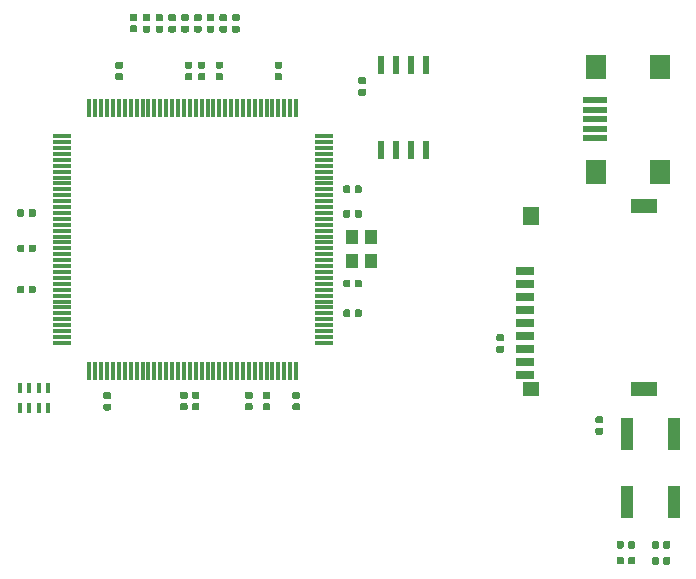
<source format=gbr>
G04 #@! TF.GenerationSoftware,KiCad,Pcbnew,5.1.1-8be2ce7~80~ubuntu18.10.1*
G04 #@! TF.CreationDate,2019-06-22T16:49:51+02:00*
G04 #@! TF.ProjectId,Spartan6,53706172-7461-46e3-962e-6b696361645f,rev?*
G04 #@! TF.SameCoordinates,Original*
G04 #@! TF.FileFunction,Paste,Top*
G04 #@! TF.FilePolarity,Positive*
%FSLAX46Y46*%
G04 Gerber Fmt 4.6, Leading zero omitted, Abs format (unit mm)*
G04 Created by KiCad (PCBNEW 5.1.1-8be2ce7~80~ubuntu18.10.1) date 2019-06-22 16:49:51*
%MOMM*%
%LPD*%
G04 APERTURE LIST*
%ADD10C,0.100000*%
%ADD11C,0.590000*%
%ADD12R,0.580000X1.610000*%
%ADD13R,1.000000X2.750000*%
%ADD14R,0.425000X0.900000*%
%ADD15R,1.700000X2.000000*%
%ADD16R,2.000000X0.500000*%
%ADD17R,2.200000X1.200000*%
%ADD18R,1.400000X1.600000*%
%ADD19R,1.400000X1.200000*%
%ADD20R,1.600000X0.700000*%
%ADD21R,0.300000X1.600000*%
%ADD22R,1.600000X0.300000*%
%ADD23R,1.100000X1.300000*%
G04 APERTURE END LIST*
D10*
G36*
X89148158Y-90803210D02*
G01*
X89162476Y-90805334D01*
X89176517Y-90808851D01*
X89190146Y-90813728D01*
X89203231Y-90819917D01*
X89215647Y-90827358D01*
X89227273Y-90835981D01*
X89237998Y-90845702D01*
X89247719Y-90856427D01*
X89256342Y-90868053D01*
X89263783Y-90880469D01*
X89269972Y-90893554D01*
X89274849Y-90907183D01*
X89278366Y-90921224D01*
X89280490Y-90935542D01*
X89281200Y-90950000D01*
X89281200Y-91295000D01*
X89280490Y-91309458D01*
X89278366Y-91323776D01*
X89274849Y-91337817D01*
X89269972Y-91351446D01*
X89263783Y-91364531D01*
X89256342Y-91376947D01*
X89247719Y-91388573D01*
X89237998Y-91399298D01*
X89227273Y-91409019D01*
X89215647Y-91417642D01*
X89203231Y-91425083D01*
X89190146Y-91431272D01*
X89176517Y-91436149D01*
X89162476Y-91439666D01*
X89148158Y-91441790D01*
X89133700Y-91442500D01*
X88838700Y-91442500D01*
X88824242Y-91441790D01*
X88809924Y-91439666D01*
X88795883Y-91436149D01*
X88782254Y-91431272D01*
X88769169Y-91425083D01*
X88756753Y-91417642D01*
X88745127Y-91409019D01*
X88734402Y-91399298D01*
X88724681Y-91388573D01*
X88716058Y-91376947D01*
X88708617Y-91364531D01*
X88702428Y-91351446D01*
X88697551Y-91337817D01*
X88694034Y-91323776D01*
X88691910Y-91309458D01*
X88691200Y-91295000D01*
X88691200Y-90950000D01*
X88691910Y-90935542D01*
X88694034Y-90921224D01*
X88697551Y-90907183D01*
X88702428Y-90893554D01*
X88708617Y-90880469D01*
X88716058Y-90868053D01*
X88724681Y-90856427D01*
X88734402Y-90845702D01*
X88745127Y-90835981D01*
X88756753Y-90827358D01*
X88769169Y-90819917D01*
X88782254Y-90813728D01*
X88795883Y-90808851D01*
X88809924Y-90805334D01*
X88824242Y-90803210D01*
X88838700Y-90802500D01*
X89133700Y-90802500D01*
X89148158Y-90803210D01*
X89148158Y-90803210D01*
G37*
D11*
X88986200Y-91122500D03*
D10*
G36*
X88178158Y-90803210D02*
G01*
X88192476Y-90805334D01*
X88206517Y-90808851D01*
X88220146Y-90813728D01*
X88233231Y-90819917D01*
X88245647Y-90827358D01*
X88257273Y-90835981D01*
X88267998Y-90845702D01*
X88277719Y-90856427D01*
X88286342Y-90868053D01*
X88293783Y-90880469D01*
X88299972Y-90893554D01*
X88304849Y-90907183D01*
X88308366Y-90921224D01*
X88310490Y-90935542D01*
X88311200Y-90950000D01*
X88311200Y-91295000D01*
X88310490Y-91309458D01*
X88308366Y-91323776D01*
X88304849Y-91337817D01*
X88299972Y-91351446D01*
X88293783Y-91364531D01*
X88286342Y-91376947D01*
X88277719Y-91388573D01*
X88267998Y-91399298D01*
X88257273Y-91409019D01*
X88245647Y-91417642D01*
X88233231Y-91425083D01*
X88220146Y-91431272D01*
X88206517Y-91436149D01*
X88192476Y-91439666D01*
X88178158Y-91441790D01*
X88163700Y-91442500D01*
X87868700Y-91442500D01*
X87854242Y-91441790D01*
X87839924Y-91439666D01*
X87825883Y-91436149D01*
X87812254Y-91431272D01*
X87799169Y-91425083D01*
X87786753Y-91417642D01*
X87775127Y-91409019D01*
X87764402Y-91399298D01*
X87754681Y-91388573D01*
X87746058Y-91376947D01*
X87738617Y-91364531D01*
X87732428Y-91351446D01*
X87727551Y-91337817D01*
X87724034Y-91323776D01*
X87721910Y-91309458D01*
X87721200Y-91295000D01*
X87721200Y-90950000D01*
X87721910Y-90935542D01*
X87724034Y-90921224D01*
X87727551Y-90907183D01*
X87732428Y-90893554D01*
X87738617Y-90880469D01*
X87746058Y-90868053D01*
X87754681Y-90856427D01*
X87764402Y-90845702D01*
X87775127Y-90835981D01*
X87786753Y-90827358D01*
X87799169Y-90819917D01*
X87812254Y-90813728D01*
X87825883Y-90808851D01*
X87839924Y-90805334D01*
X87854242Y-90803210D01*
X87868700Y-90802500D01*
X88163700Y-90802500D01*
X88178158Y-90803210D01*
X88178158Y-90803210D01*
G37*
D11*
X88016200Y-91122500D03*
D10*
G36*
X86153558Y-90798110D02*
G01*
X86167876Y-90800234D01*
X86181917Y-90803751D01*
X86195546Y-90808628D01*
X86208631Y-90814817D01*
X86221047Y-90822258D01*
X86232673Y-90830881D01*
X86243398Y-90840602D01*
X86253119Y-90851327D01*
X86261742Y-90862953D01*
X86269183Y-90875369D01*
X86275372Y-90888454D01*
X86280249Y-90902083D01*
X86283766Y-90916124D01*
X86285890Y-90930442D01*
X86286600Y-90944900D01*
X86286600Y-91289900D01*
X86285890Y-91304358D01*
X86283766Y-91318676D01*
X86280249Y-91332717D01*
X86275372Y-91346346D01*
X86269183Y-91359431D01*
X86261742Y-91371847D01*
X86253119Y-91383473D01*
X86243398Y-91394198D01*
X86232673Y-91403919D01*
X86221047Y-91412542D01*
X86208631Y-91419983D01*
X86195546Y-91426172D01*
X86181917Y-91431049D01*
X86167876Y-91434566D01*
X86153558Y-91436690D01*
X86139100Y-91437400D01*
X85844100Y-91437400D01*
X85829642Y-91436690D01*
X85815324Y-91434566D01*
X85801283Y-91431049D01*
X85787654Y-91426172D01*
X85774569Y-91419983D01*
X85762153Y-91412542D01*
X85750527Y-91403919D01*
X85739802Y-91394198D01*
X85730081Y-91383473D01*
X85721458Y-91371847D01*
X85714017Y-91359431D01*
X85707828Y-91346346D01*
X85702951Y-91332717D01*
X85699434Y-91318676D01*
X85697310Y-91304358D01*
X85696600Y-91289900D01*
X85696600Y-90944900D01*
X85697310Y-90930442D01*
X85699434Y-90916124D01*
X85702951Y-90902083D01*
X85707828Y-90888454D01*
X85714017Y-90875369D01*
X85721458Y-90862953D01*
X85730081Y-90851327D01*
X85739802Y-90840602D01*
X85750527Y-90830881D01*
X85762153Y-90822258D01*
X85774569Y-90814817D01*
X85787654Y-90808628D01*
X85801283Y-90803751D01*
X85815324Y-90800234D01*
X85829642Y-90798110D01*
X85844100Y-90797400D01*
X86139100Y-90797400D01*
X86153558Y-90798110D01*
X86153558Y-90798110D01*
G37*
D11*
X85991600Y-91117400D03*
D10*
G36*
X85183558Y-90798110D02*
G01*
X85197876Y-90800234D01*
X85211917Y-90803751D01*
X85225546Y-90808628D01*
X85238631Y-90814817D01*
X85251047Y-90822258D01*
X85262673Y-90830881D01*
X85273398Y-90840602D01*
X85283119Y-90851327D01*
X85291742Y-90862953D01*
X85299183Y-90875369D01*
X85305372Y-90888454D01*
X85310249Y-90902083D01*
X85313766Y-90916124D01*
X85315890Y-90930442D01*
X85316600Y-90944900D01*
X85316600Y-91289900D01*
X85315890Y-91304358D01*
X85313766Y-91318676D01*
X85310249Y-91332717D01*
X85305372Y-91346346D01*
X85299183Y-91359431D01*
X85291742Y-91371847D01*
X85283119Y-91383473D01*
X85273398Y-91394198D01*
X85262673Y-91403919D01*
X85251047Y-91412542D01*
X85238631Y-91419983D01*
X85225546Y-91426172D01*
X85211917Y-91431049D01*
X85197876Y-91434566D01*
X85183558Y-91436690D01*
X85169100Y-91437400D01*
X84874100Y-91437400D01*
X84859642Y-91436690D01*
X84845324Y-91434566D01*
X84831283Y-91431049D01*
X84817654Y-91426172D01*
X84804569Y-91419983D01*
X84792153Y-91412542D01*
X84780527Y-91403919D01*
X84769802Y-91394198D01*
X84760081Y-91383473D01*
X84751458Y-91371847D01*
X84744017Y-91359431D01*
X84737828Y-91346346D01*
X84732951Y-91332717D01*
X84729434Y-91318676D01*
X84727310Y-91304358D01*
X84726600Y-91289900D01*
X84726600Y-90944900D01*
X84727310Y-90930442D01*
X84729434Y-90916124D01*
X84732951Y-90902083D01*
X84737828Y-90888454D01*
X84744017Y-90875369D01*
X84751458Y-90862953D01*
X84760081Y-90851327D01*
X84769802Y-90840602D01*
X84780527Y-90830881D01*
X84792153Y-90822258D01*
X84804569Y-90814817D01*
X84817654Y-90808628D01*
X84831283Y-90803751D01*
X84845324Y-90800234D01*
X84859642Y-90798110D01*
X84874100Y-90797400D01*
X85169100Y-90797400D01*
X85183558Y-90798110D01*
X85183558Y-90798110D01*
G37*
D11*
X85021600Y-91117400D03*
D10*
G36*
X88175658Y-92151910D02*
G01*
X88189976Y-92154034D01*
X88204017Y-92157551D01*
X88217646Y-92162428D01*
X88230731Y-92168617D01*
X88243147Y-92176058D01*
X88254773Y-92184681D01*
X88265498Y-92194402D01*
X88275219Y-92205127D01*
X88283842Y-92216753D01*
X88291283Y-92229169D01*
X88297472Y-92242254D01*
X88302349Y-92255883D01*
X88305866Y-92269924D01*
X88307990Y-92284242D01*
X88308700Y-92298700D01*
X88308700Y-92643700D01*
X88307990Y-92658158D01*
X88305866Y-92672476D01*
X88302349Y-92686517D01*
X88297472Y-92700146D01*
X88291283Y-92713231D01*
X88283842Y-92725647D01*
X88275219Y-92737273D01*
X88265498Y-92747998D01*
X88254773Y-92757719D01*
X88243147Y-92766342D01*
X88230731Y-92773783D01*
X88217646Y-92779972D01*
X88204017Y-92784849D01*
X88189976Y-92788366D01*
X88175658Y-92790490D01*
X88161200Y-92791200D01*
X87866200Y-92791200D01*
X87851742Y-92790490D01*
X87837424Y-92788366D01*
X87823383Y-92784849D01*
X87809754Y-92779972D01*
X87796669Y-92773783D01*
X87784253Y-92766342D01*
X87772627Y-92757719D01*
X87761902Y-92747998D01*
X87752181Y-92737273D01*
X87743558Y-92725647D01*
X87736117Y-92713231D01*
X87729928Y-92700146D01*
X87725051Y-92686517D01*
X87721534Y-92672476D01*
X87719410Y-92658158D01*
X87718700Y-92643700D01*
X87718700Y-92298700D01*
X87719410Y-92284242D01*
X87721534Y-92269924D01*
X87725051Y-92255883D01*
X87729928Y-92242254D01*
X87736117Y-92229169D01*
X87743558Y-92216753D01*
X87752181Y-92205127D01*
X87761902Y-92194402D01*
X87772627Y-92184681D01*
X87784253Y-92176058D01*
X87796669Y-92168617D01*
X87809754Y-92162428D01*
X87823383Y-92157551D01*
X87837424Y-92154034D01*
X87851742Y-92151910D01*
X87866200Y-92151200D01*
X88161200Y-92151200D01*
X88175658Y-92151910D01*
X88175658Y-92151910D01*
G37*
D11*
X88013700Y-92471200D03*
D10*
G36*
X89145658Y-92151910D02*
G01*
X89159976Y-92154034D01*
X89174017Y-92157551D01*
X89187646Y-92162428D01*
X89200731Y-92168617D01*
X89213147Y-92176058D01*
X89224773Y-92184681D01*
X89235498Y-92194402D01*
X89245219Y-92205127D01*
X89253842Y-92216753D01*
X89261283Y-92229169D01*
X89267472Y-92242254D01*
X89272349Y-92255883D01*
X89275866Y-92269924D01*
X89277990Y-92284242D01*
X89278700Y-92298700D01*
X89278700Y-92643700D01*
X89277990Y-92658158D01*
X89275866Y-92672476D01*
X89272349Y-92686517D01*
X89267472Y-92700146D01*
X89261283Y-92713231D01*
X89253842Y-92725647D01*
X89245219Y-92737273D01*
X89235498Y-92747998D01*
X89224773Y-92757719D01*
X89213147Y-92766342D01*
X89200731Y-92773783D01*
X89187646Y-92779972D01*
X89174017Y-92784849D01*
X89159976Y-92788366D01*
X89145658Y-92790490D01*
X89131200Y-92791200D01*
X88836200Y-92791200D01*
X88821742Y-92790490D01*
X88807424Y-92788366D01*
X88793383Y-92784849D01*
X88779754Y-92779972D01*
X88766669Y-92773783D01*
X88754253Y-92766342D01*
X88742627Y-92757719D01*
X88731902Y-92747998D01*
X88722181Y-92737273D01*
X88713558Y-92725647D01*
X88706117Y-92713231D01*
X88699928Y-92700146D01*
X88695051Y-92686517D01*
X88691534Y-92672476D01*
X88689410Y-92658158D01*
X88688700Y-92643700D01*
X88688700Y-92298700D01*
X88689410Y-92284242D01*
X88691534Y-92269924D01*
X88695051Y-92255883D01*
X88699928Y-92242254D01*
X88706117Y-92229169D01*
X88713558Y-92216753D01*
X88722181Y-92205127D01*
X88731902Y-92194402D01*
X88742627Y-92184681D01*
X88754253Y-92176058D01*
X88766669Y-92168617D01*
X88779754Y-92162428D01*
X88793383Y-92157551D01*
X88807424Y-92154034D01*
X88821742Y-92151910D01*
X88836200Y-92151200D01*
X89131200Y-92151200D01*
X89145658Y-92151910D01*
X89145658Y-92151910D01*
G37*
D11*
X88983700Y-92471200D03*
D10*
G36*
X85191158Y-92136710D02*
G01*
X85205476Y-92138834D01*
X85219517Y-92142351D01*
X85233146Y-92147228D01*
X85246231Y-92153417D01*
X85258647Y-92160858D01*
X85270273Y-92169481D01*
X85280998Y-92179202D01*
X85290719Y-92189927D01*
X85299342Y-92201553D01*
X85306783Y-92213969D01*
X85312972Y-92227054D01*
X85317849Y-92240683D01*
X85321366Y-92254724D01*
X85323490Y-92269042D01*
X85324200Y-92283500D01*
X85324200Y-92628500D01*
X85323490Y-92642958D01*
X85321366Y-92657276D01*
X85317849Y-92671317D01*
X85312972Y-92684946D01*
X85306783Y-92698031D01*
X85299342Y-92710447D01*
X85290719Y-92722073D01*
X85280998Y-92732798D01*
X85270273Y-92742519D01*
X85258647Y-92751142D01*
X85246231Y-92758583D01*
X85233146Y-92764772D01*
X85219517Y-92769649D01*
X85205476Y-92773166D01*
X85191158Y-92775290D01*
X85176700Y-92776000D01*
X84881700Y-92776000D01*
X84867242Y-92775290D01*
X84852924Y-92773166D01*
X84838883Y-92769649D01*
X84825254Y-92764772D01*
X84812169Y-92758583D01*
X84799753Y-92751142D01*
X84788127Y-92742519D01*
X84777402Y-92732798D01*
X84767681Y-92722073D01*
X84759058Y-92710447D01*
X84751617Y-92698031D01*
X84745428Y-92684946D01*
X84740551Y-92671317D01*
X84737034Y-92657276D01*
X84734910Y-92642958D01*
X84734200Y-92628500D01*
X84734200Y-92283500D01*
X84734910Y-92269042D01*
X84737034Y-92254724D01*
X84740551Y-92240683D01*
X84745428Y-92227054D01*
X84751617Y-92213969D01*
X84759058Y-92201553D01*
X84767681Y-92189927D01*
X84777402Y-92179202D01*
X84788127Y-92169481D01*
X84799753Y-92160858D01*
X84812169Y-92153417D01*
X84825254Y-92147228D01*
X84838883Y-92142351D01*
X84852924Y-92138834D01*
X84867242Y-92136710D01*
X84881700Y-92136000D01*
X85176700Y-92136000D01*
X85191158Y-92136710D01*
X85191158Y-92136710D01*
G37*
D11*
X85029200Y-92456000D03*
D10*
G36*
X86161158Y-92136710D02*
G01*
X86175476Y-92138834D01*
X86189517Y-92142351D01*
X86203146Y-92147228D01*
X86216231Y-92153417D01*
X86228647Y-92160858D01*
X86240273Y-92169481D01*
X86250998Y-92179202D01*
X86260719Y-92189927D01*
X86269342Y-92201553D01*
X86276783Y-92213969D01*
X86282972Y-92227054D01*
X86287849Y-92240683D01*
X86291366Y-92254724D01*
X86293490Y-92269042D01*
X86294200Y-92283500D01*
X86294200Y-92628500D01*
X86293490Y-92642958D01*
X86291366Y-92657276D01*
X86287849Y-92671317D01*
X86282972Y-92684946D01*
X86276783Y-92698031D01*
X86269342Y-92710447D01*
X86260719Y-92722073D01*
X86250998Y-92732798D01*
X86240273Y-92742519D01*
X86228647Y-92751142D01*
X86216231Y-92758583D01*
X86203146Y-92764772D01*
X86189517Y-92769649D01*
X86175476Y-92773166D01*
X86161158Y-92775290D01*
X86146700Y-92776000D01*
X85851700Y-92776000D01*
X85837242Y-92775290D01*
X85822924Y-92773166D01*
X85808883Y-92769649D01*
X85795254Y-92764772D01*
X85782169Y-92758583D01*
X85769753Y-92751142D01*
X85758127Y-92742519D01*
X85747402Y-92732798D01*
X85737681Y-92722073D01*
X85729058Y-92710447D01*
X85721617Y-92698031D01*
X85715428Y-92684946D01*
X85710551Y-92671317D01*
X85707034Y-92657276D01*
X85704910Y-92642958D01*
X85704200Y-92628500D01*
X85704200Y-92283500D01*
X85704910Y-92269042D01*
X85707034Y-92254724D01*
X85710551Y-92240683D01*
X85715428Y-92227054D01*
X85721617Y-92213969D01*
X85729058Y-92201553D01*
X85737681Y-92189927D01*
X85747402Y-92179202D01*
X85758127Y-92169481D01*
X85769753Y-92160858D01*
X85782169Y-92153417D01*
X85795254Y-92147228D01*
X85808883Y-92142351D01*
X85822924Y-92138834D01*
X85837242Y-92136710D01*
X85851700Y-92136000D01*
X86146700Y-92136000D01*
X86161158Y-92136710D01*
X86161158Y-92136710D01*
G37*
D11*
X85999200Y-92456000D03*
D12*
X64800500Y-57686700D03*
X66070500Y-57686700D03*
X67340500Y-57686700D03*
X68610500Y-57686700D03*
X68610500Y-50476700D03*
X67340500Y-50476700D03*
X66070500Y-50476700D03*
X64800500Y-50476700D03*
D13*
X85574100Y-81740100D03*
X85574100Y-87500100D03*
X89574100Y-87500100D03*
X89574100Y-81740100D03*
D14*
X36614100Y-79514700D03*
X35814100Y-79514700D03*
X35014100Y-79514700D03*
X34214100Y-79514700D03*
X34214100Y-77814700D03*
X35014100Y-77814700D03*
X35814100Y-77814700D03*
X36614100Y-77814700D03*
D10*
G36*
X53775858Y-78163910D02*
G01*
X53790176Y-78166034D01*
X53804217Y-78169551D01*
X53817846Y-78174428D01*
X53830931Y-78180617D01*
X53843347Y-78188058D01*
X53854973Y-78196681D01*
X53865698Y-78206402D01*
X53875419Y-78217127D01*
X53884042Y-78228753D01*
X53891483Y-78241169D01*
X53897672Y-78254254D01*
X53902549Y-78267883D01*
X53906066Y-78281924D01*
X53908190Y-78296242D01*
X53908900Y-78310700D01*
X53908900Y-78605700D01*
X53908190Y-78620158D01*
X53906066Y-78634476D01*
X53902549Y-78648517D01*
X53897672Y-78662146D01*
X53891483Y-78675231D01*
X53884042Y-78687647D01*
X53875419Y-78699273D01*
X53865698Y-78709998D01*
X53854973Y-78719719D01*
X53843347Y-78728342D01*
X53830931Y-78735783D01*
X53817846Y-78741972D01*
X53804217Y-78746849D01*
X53790176Y-78750366D01*
X53775858Y-78752490D01*
X53761400Y-78753200D01*
X53416400Y-78753200D01*
X53401942Y-78752490D01*
X53387624Y-78750366D01*
X53373583Y-78746849D01*
X53359954Y-78741972D01*
X53346869Y-78735783D01*
X53334453Y-78728342D01*
X53322827Y-78719719D01*
X53312102Y-78709998D01*
X53302381Y-78699273D01*
X53293758Y-78687647D01*
X53286317Y-78675231D01*
X53280128Y-78662146D01*
X53275251Y-78648517D01*
X53271734Y-78634476D01*
X53269610Y-78620158D01*
X53268900Y-78605700D01*
X53268900Y-78310700D01*
X53269610Y-78296242D01*
X53271734Y-78281924D01*
X53275251Y-78267883D01*
X53280128Y-78254254D01*
X53286317Y-78241169D01*
X53293758Y-78228753D01*
X53302381Y-78217127D01*
X53312102Y-78206402D01*
X53322827Y-78196681D01*
X53334453Y-78188058D01*
X53346869Y-78180617D01*
X53359954Y-78174428D01*
X53373583Y-78169551D01*
X53387624Y-78166034D01*
X53401942Y-78163910D01*
X53416400Y-78163200D01*
X53761400Y-78163200D01*
X53775858Y-78163910D01*
X53775858Y-78163910D01*
G37*
D11*
X53588900Y-78458200D03*
D10*
G36*
X53775858Y-79133910D02*
G01*
X53790176Y-79136034D01*
X53804217Y-79139551D01*
X53817846Y-79144428D01*
X53830931Y-79150617D01*
X53843347Y-79158058D01*
X53854973Y-79166681D01*
X53865698Y-79176402D01*
X53875419Y-79187127D01*
X53884042Y-79198753D01*
X53891483Y-79211169D01*
X53897672Y-79224254D01*
X53902549Y-79237883D01*
X53906066Y-79251924D01*
X53908190Y-79266242D01*
X53908900Y-79280700D01*
X53908900Y-79575700D01*
X53908190Y-79590158D01*
X53906066Y-79604476D01*
X53902549Y-79618517D01*
X53897672Y-79632146D01*
X53891483Y-79645231D01*
X53884042Y-79657647D01*
X53875419Y-79669273D01*
X53865698Y-79679998D01*
X53854973Y-79689719D01*
X53843347Y-79698342D01*
X53830931Y-79705783D01*
X53817846Y-79711972D01*
X53804217Y-79716849D01*
X53790176Y-79720366D01*
X53775858Y-79722490D01*
X53761400Y-79723200D01*
X53416400Y-79723200D01*
X53401942Y-79722490D01*
X53387624Y-79720366D01*
X53373583Y-79716849D01*
X53359954Y-79711972D01*
X53346869Y-79705783D01*
X53334453Y-79698342D01*
X53322827Y-79689719D01*
X53312102Y-79679998D01*
X53302381Y-79669273D01*
X53293758Y-79657647D01*
X53286317Y-79645231D01*
X53280128Y-79632146D01*
X53275251Y-79618517D01*
X53271734Y-79604476D01*
X53269610Y-79590158D01*
X53268900Y-79575700D01*
X53268900Y-79280700D01*
X53269610Y-79266242D01*
X53271734Y-79251924D01*
X53275251Y-79237883D01*
X53280128Y-79224254D01*
X53286317Y-79211169D01*
X53293758Y-79198753D01*
X53302381Y-79187127D01*
X53312102Y-79176402D01*
X53322827Y-79166681D01*
X53334453Y-79158058D01*
X53346869Y-79150617D01*
X53359954Y-79144428D01*
X53373583Y-79139551D01*
X53387624Y-79136034D01*
X53401942Y-79133910D01*
X53416400Y-79133200D01*
X53761400Y-79133200D01*
X53775858Y-79133910D01*
X53775858Y-79133910D01*
G37*
D11*
X53588900Y-79428200D03*
D10*
G36*
X41781958Y-79154310D02*
G01*
X41796276Y-79156434D01*
X41810317Y-79159951D01*
X41823946Y-79164828D01*
X41837031Y-79171017D01*
X41849447Y-79178458D01*
X41861073Y-79187081D01*
X41871798Y-79196802D01*
X41881519Y-79207527D01*
X41890142Y-79219153D01*
X41897583Y-79231569D01*
X41903772Y-79244654D01*
X41908649Y-79258283D01*
X41912166Y-79272324D01*
X41914290Y-79286642D01*
X41915000Y-79301100D01*
X41915000Y-79596100D01*
X41914290Y-79610558D01*
X41912166Y-79624876D01*
X41908649Y-79638917D01*
X41903772Y-79652546D01*
X41897583Y-79665631D01*
X41890142Y-79678047D01*
X41881519Y-79689673D01*
X41871798Y-79700398D01*
X41861073Y-79710119D01*
X41849447Y-79718742D01*
X41837031Y-79726183D01*
X41823946Y-79732372D01*
X41810317Y-79737249D01*
X41796276Y-79740766D01*
X41781958Y-79742890D01*
X41767500Y-79743600D01*
X41422500Y-79743600D01*
X41408042Y-79742890D01*
X41393724Y-79740766D01*
X41379683Y-79737249D01*
X41366054Y-79732372D01*
X41352969Y-79726183D01*
X41340553Y-79718742D01*
X41328927Y-79710119D01*
X41318202Y-79700398D01*
X41308481Y-79689673D01*
X41299858Y-79678047D01*
X41292417Y-79665631D01*
X41286228Y-79652546D01*
X41281351Y-79638917D01*
X41277834Y-79624876D01*
X41275710Y-79610558D01*
X41275000Y-79596100D01*
X41275000Y-79301100D01*
X41275710Y-79286642D01*
X41277834Y-79272324D01*
X41281351Y-79258283D01*
X41286228Y-79244654D01*
X41292417Y-79231569D01*
X41299858Y-79219153D01*
X41308481Y-79207527D01*
X41318202Y-79196802D01*
X41328927Y-79187081D01*
X41340553Y-79178458D01*
X41352969Y-79171017D01*
X41366054Y-79164828D01*
X41379683Y-79159951D01*
X41393724Y-79156434D01*
X41408042Y-79154310D01*
X41422500Y-79153600D01*
X41767500Y-79153600D01*
X41781958Y-79154310D01*
X41781958Y-79154310D01*
G37*
D11*
X41595000Y-79448600D03*
D10*
G36*
X41781958Y-78184310D02*
G01*
X41796276Y-78186434D01*
X41810317Y-78189951D01*
X41823946Y-78194828D01*
X41837031Y-78201017D01*
X41849447Y-78208458D01*
X41861073Y-78217081D01*
X41871798Y-78226802D01*
X41881519Y-78237527D01*
X41890142Y-78249153D01*
X41897583Y-78261569D01*
X41903772Y-78274654D01*
X41908649Y-78288283D01*
X41912166Y-78302324D01*
X41914290Y-78316642D01*
X41915000Y-78331100D01*
X41915000Y-78626100D01*
X41914290Y-78640558D01*
X41912166Y-78654876D01*
X41908649Y-78668917D01*
X41903772Y-78682546D01*
X41897583Y-78695631D01*
X41890142Y-78708047D01*
X41881519Y-78719673D01*
X41871798Y-78730398D01*
X41861073Y-78740119D01*
X41849447Y-78748742D01*
X41837031Y-78756183D01*
X41823946Y-78762372D01*
X41810317Y-78767249D01*
X41796276Y-78770766D01*
X41781958Y-78772890D01*
X41767500Y-78773600D01*
X41422500Y-78773600D01*
X41408042Y-78772890D01*
X41393724Y-78770766D01*
X41379683Y-78767249D01*
X41366054Y-78762372D01*
X41352969Y-78756183D01*
X41340553Y-78748742D01*
X41328927Y-78740119D01*
X41318202Y-78730398D01*
X41308481Y-78719673D01*
X41299858Y-78708047D01*
X41292417Y-78695631D01*
X41286228Y-78682546D01*
X41281351Y-78668917D01*
X41277834Y-78654876D01*
X41275710Y-78640558D01*
X41275000Y-78626100D01*
X41275000Y-78331100D01*
X41275710Y-78316642D01*
X41277834Y-78302324D01*
X41281351Y-78288283D01*
X41286228Y-78274654D01*
X41292417Y-78261569D01*
X41299858Y-78249153D01*
X41308481Y-78237527D01*
X41318202Y-78226802D01*
X41328927Y-78217081D01*
X41340553Y-78208458D01*
X41352969Y-78201017D01*
X41366054Y-78194828D01*
X41379683Y-78189951D01*
X41393724Y-78186434D01*
X41408042Y-78184310D01*
X41422500Y-78183600D01*
X41767500Y-78183600D01*
X41781958Y-78184310D01*
X41781958Y-78184310D01*
G37*
D11*
X41595000Y-78478600D03*
D10*
G36*
X48269158Y-78158910D02*
G01*
X48283476Y-78161034D01*
X48297517Y-78164551D01*
X48311146Y-78169428D01*
X48324231Y-78175617D01*
X48336647Y-78183058D01*
X48348273Y-78191681D01*
X48358998Y-78201402D01*
X48368719Y-78212127D01*
X48377342Y-78223753D01*
X48384783Y-78236169D01*
X48390972Y-78249254D01*
X48395849Y-78262883D01*
X48399366Y-78276924D01*
X48401490Y-78291242D01*
X48402200Y-78305700D01*
X48402200Y-78600700D01*
X48401490Y-78615158D01*
X48399366Y-78629476D01*
X48395849Y-78643517D01*
X48390972Y-78657146D01*
X48384783Y-78670231D01*
X48377342Y-78682647D01*
X48368719Y-78694273D01*
X48358998Y-78704998D01*
X48348273Y-78714719D01*
X48336647Y-78723342D01*
X48324231Y-78730783D01*
X48311146Y-78736972D01*
X48297517Y-78741849D01*
X48283476Y-78745366D01*
X48269158Y-78747490D01*
X48254700Y-78748200D01*
X47909700Y-78748200D01*
X47895242Y-78747490D01*
X47880924Y-78745366D01*
X47866883Y-78741849D01*
X47853254Y-78736972D01*
X47840169Y-78730783D01*
X47827753Y-78723342D01*
X47816127Y-78714719D01*
X47805402Y-78704998D01*
X47795681Y-78694273D01*
X47787058Y-78682647D01*
X47779617Y-78670231D01*
X47773428Y-78657146D01*
X47768551Y-78643517D01*
X47765034Y-78629476D01*
X47762910Y-78615158D01*
X47762200Y-78600700D01*
X47762200Y-78305700D01*
X47762910Y-78291242D01*
X47765034Y-78276924D01*
X47768551Y-78262883D01*
X47773428Y-78249254D01*
X47779617Y-78236169D01*
X47787058Y-78223753D01*
X47795681Y-78212127D01*
X47805402Y-78201402D01*
X47816127Y-78191681D01*
X47827753Y-78183058D01*
X47840169Y-78175617D01*
X47853254Y-78169428D01*
X47866883Y-78164551D01*
X47880924Y-78161034D01*
X47895242Y-78158910D01*
X47909700Y-78158200D01*
X48254700Y-78158200D01*
X48269158Y-78158910D01*
X48269158Y-78158910D01*
G37*
D11*
X48082200Y-78453200D03*
D10*
G36*
X48269158Y-79128910D02*
G01*
X48283476Y-79131034D01*
X48297517Y-79134551D01*
X48311146Y-79139428D01*
X48324231Y-79145617D01*
X48336647Y-79153058D01*
X48348273Y-79161681D01*
X48358998Y-79171402D01*
X48368719Y-79182127D01*
X48377342Y-79193753D01*
X48384783Y-79206169D01*
X48390972Y-79219254D01*
X48395849Y-79232883D01*
X48399366Y-79246924D01*
X48401490Y-79261242D01*
X48402200Y-79275700D01*
X48402200Y-79570700D01*
X48401490Y-79585158D01*
X48399366Y-79599476D01*
X48395849Y-79613517D01*
X48390972Y-79627146D01*
X48384783Y-79640231D01*
X48377342Y-79652647D01*
X48368719Y-79664273D01*
X48358998Y-79674998D01*
X48348273Y-79684719D01*
X48336647Y-79693342D01*
X48324231Y-79700783D01*
X48311146Y-79706972D01*
X48297517Y-79711849D01*
X48283476Y-79715366D01*
X48269158Y-79717490D01*
X48254700Y-79718200D01*
X47909700Y-79718200D01*
X47895242Y-79717490D01*
X47880924Y-79715366D01*
X47866883Y-79711849D01*
X47853254Y-79706972D01*
X47840169Y-79700783D01*
X47827753Y-79693342D01*
X47816127Y-79684719D01*
X47805402Y-79674998D01*
X47795681Y-79664273D01*
X47787058Y-79652647D01*
X47779617Y-79640231D01*
X47773428Y-79627146D01*
X47768551Y-79613517D01*
X47765034Y-79599476D01*
X47762910Y-79585158D01*
X47762200Y-79570700D01*
X47762200Y-79275700D01*
X47762910Y-79261242D01*
X47765034Y-79246924D01*
X47768551Y-79232883D01*
X47773428Y-79219254D01*
X47779617Y-79206169D01*
X47787058Y-79193753D01*
X47795681Y-79182127D01*
X47805402Y-79171402D01*
X47816127Y-79161681D01*
X47827753Y-79153058D01*
X47840169Y-79145617D01*
X47853254Y-79139428D01*
X47866883Y-79134551D01*
X47880924Y-79131034D01*
X47895242Y-79128910D01*
X47909700Y-79128200D01*
X48254700Y-79128200D01*
X48269158Y-79128910D01*
X48269158Y-79128910D01*
G37*
D11*
X48082200Y-79423200D03*
D10*
G36*
X51276558Y-50198510D02*
G01*
X51290876Y-50200634D01*
X51304917Y-50204151D01*
X51318546Y-50209028D01*
X51331631Y-50215217D01*
X51344047Y-50222658D01*
X51355673Y-50231281D01*
X51366398Y-50241002D01*
X51376119Y-50251727D01*
X51384742Y-50263353D01*
X51392183Y-50275769D01*
X51398372Y-50288854D01*
X51403249Y-50302483D01*
X51406766Y-50316524D01*
X51408890Y-50330842D01*
X51409600Y-50345300D01*
X51409600Y-50640300D01*
X51408890Y-50654758D01*
X51406766Y-50669076D01*
X51403249Y-50683117D01*
X51398372Y-50696746D01*
X51392183Y-50709831D01*
X51384742Y-50722247D01*
X51376119Y-50733873D01*
X51366398Y-50744598D01*
X51355673Y-50754319D01*
X51344047Y-50762942D01*
X51331631Y-50770383D01*
X51318546Y-50776572D01*
X51304917Y-50781449D01*
X51290876Y-50784966D01*
X51276558Y-50787090D01*
X51262100Y-50787800D01*
X50917100Y-50787800D01*
X50902642Y-50787090D01*
X50888324Y-50784966D01*
X50874283Y-50781449D01*
X50860654Y-50776572D01*
X50847569Y-50770383D01*
X50835153Y-50762942D01*
X50823527Y-50754319D01*
X50812802Y-50744598D01*
X50803081Y-50733873D01*
X50794458Y-50722247D01*
X50787017Y-50709831D01*
X50780828Y-50696746D01*
X50775951Y-50683117D01*
X50772434Y-50669076D01*
X50770310Y-50654758D01*
X50769600Y-50640300D01*
X50769600Y-50345300D01*
X50770310Y-50330842D01*
X50772434Y-50316524D01*
X50775951Y-50302483D01*
X50780828Y-50288854D01*
X50787017Y-50275769D01*
X50794458Y-50263353D01*
X50803081Y-50251727D01*
X50812802Y-50241002D01*
X50823527Y-50231281D01*
X50835153Y-50222658D01*
X50847569Y-50215217D01*
X50860654Y-50209028D01*
X50874283Y-50204151D01*
X50888324Y-50200634D01*
X50902642Y-50198510D01*
X50917100Y-50197800D01*
X51262100Y-50197800D01*
X51276558Y-50198510D01*
X51276558Y-50198510D01*
G37*
D11*
X51089600Y-50492800D03*
D10*
G36*
X51276558Y-51168510D02*
G01*
X51290876Y-51170634D01*
X51304917Y-51174151D01*
X51318546Y-51179028D01*
X51331631Y-51185217D01*
X51344047Y-51192658D01*
X51355673Y-51201281D01*
X51366398Y-51211002D01*
X51376119Y-51221727D01*
X51384742Y-51233353D01*
X51392183Y-51245769D01*
X51398372Y-51258854D01*
X51403249Y-51272483D01*
X51406766Y-51286524D01*
X51408890Y-51300842D01*
X51409600Y-51315300D01*
X51409600Y-51610300D01*
X51408890Y-51624758D01*
X51406766Y-51639076D01*
X51403249Y-51653117D01*
X51398372Y-51666746D01*
X51392183Y-51679831D01*
X51384742Y-51692247D01*
X51376119Y-51703873D01*
X51366398Y-51714598D01*
X51355673Y-51724319D01*
X51344047Y-51732942D01*
X51331631Y-51740383D01*
X51318546Y-51746572D01*
X51304917Y-51751449D01*
X51290876Y-51754966D01*
X51276558Y-51757090D01*
X51262100Y-51757800D01*
X50917100Y-51757800D01*
X50902642Y-51757090D01*
X50888324Y-51754966D01*
X50874283Y-51751449D01*
X50860654Y-51746572D01*
X50847569Y-51740383D01*
X50835153Y-51732942D01*
X50823527Y-51724319D01*
X50812802Y-51714598D01*
X50803081Y-51703873D01*
X50794458Y-51692247D01*
X50787017Y-51679831D01*
X50780828Y-51666746D01*
X50775951Y-51653117D01*
X50772434Y-51639076D01*
X50770310Y-51624758D01*
X50769600Y-51610300D01*
X50769600Y-51315300D01*
X50770310Y-51300842D01*
X50772434Y-51286524D01*
X50775951Y-51272483D01*
X50780828Y-51258854D01*
X50787017Y-51245769D01*
X50794458Y-51233353D01*
X50803081Y-51221727D01*
X50812802Y-51211002D01*
X50823527Y-51201281D01*
X50835153Y-51192658D01*
X50847569Y-51185217D01*
X50860654Y-51179028D01*
X50874283Y-51174151D01*
X50888324Y-51170634D01*
X50902642Y-51168510D01*
X50917100Y-51167800D01*
X51262100Y-51167800D01*
X51276558Y-51168510D01*
X51276558Y-51168510D01*
G37*
D11*
X51089600Y-51462800D03*
D10*
G36*
X49280058Y-78158910D02*
G01*
X49294376Y-78161034D01*
X49308417Y-78164551D01*
X49322046Y-78169428D01*
X49335131Y-78175617D01*
X49347547Y-78183058D01*
X49359173Y-78191681D01*
X49369898Y-78201402D01*
X49379619Y-78212127D01*
X49388242Y-78223753D01*
X49395683Y-78236169D01*
X49401872Y-78249254D01*
X49406749Y-78262883D01*
X49410266Y-78276924D01*
X49412390Y-78291242D01*
X49413100Y-78305700D01*
X49413100Y-78600700D01*
X49412390Y-78615158D01*
X49410266Y-78629476D01*
X49406749Y-78643517D01*
X49401872Y-78657146D01*
X49395683Y-78670231D01*
X49388242Y-78682647D01*
X49379619Y-78694273D01*
X49369898Y-78704998D01*
X49359173Y-78714719D01*
X49347547Y-78723342D01*
X49335131Y-78730783D01*
X49322046Y-78736972D01*
X49308417Y-78741849D01*
X49294376Y-78745366D01*
X49280058Y-78747490D01*
X49265600Y-78748200D01*
X48920600Y-78748200D01*
X48906142Y-78747490D01*
X48891824Y-78745366D01*
X48877783Y-78741849D01*
X48864154Y-78736972D01*
X48851069Y-78730783D01*
X48838653Y-78723342D01*
X48827027Y-78714719D01*
X48816302Y-78704998D01*
X48806581Y-78694273D01*
X48797958Y-78682647D01*
X48790517Y-78670231D01*
X48784328Y-78657146D01*
X48779451Y-78643517D01*
X48775934Y-78629476D01*
X48773810Y-78615158D01*
X48773100Y-78600700D01*
X48773100Y-78305700D01*
X48773810Y-78291242D01*
X48775934Y-78276924D01*
X48779451Y-78262883D01*
X48784328Y-78249254D01*
X48790517Y-78236169D01*
X48797958Y-78223753D01*
X48806581Y-78212127D01*
X48816302Y-78201402D01*
X48827027Y-78191681D01*
X48838653Y-78183058D01*
X48851069Y-78175617D01*
X48864154Y-78169428D01*
X48877783Y-78164551D01*
X48891824Y-78161034D01*
X48906142Y-78158910D01*
X48920600Y-78158200D01*
X49265600Y-78158200D01*
X49280058Y-78158910D01*
X49280058Y-78158910D01*
G37*
D11*
X49093100Y-78453200D03*
D10*
G36*
X49280058Y-79128910D02*
G01*
X49294376Y-79131034D01*
X49308417Y-79134551D01*
X49322046Y-79139428D01*
X49335131Y-79145617D01*
X49347547Y-79153058D01*
X49359173Y-79161681D01*
X49369898Y-79171402D01*
X49379619Y-79182127D01*
X49388242Y-79193753D01*
X49395683Y-79206169D01*
X49401872Y-79219254D01*
X49406749Y-79232883D01*
X49410266Y-79246924D01*
X49412390Y-79261242D01*
X49413100Y-79275700D01*
X49413100Y-79570700D01*
X49412390Y-79585158D01*
X49410266Y-79599476D01*
X49406749Y-79613517D01*
X49401872Y-79627146D01*
X49395683Y-79640231D01*
X49388242Y-79652647D01*
X49379619Y-79664273D01*
X49369898Y-79674998D01*
X49359173Y-79684719D01*
X49347547Y-79693342D01*
X49335131Y-79700783D01*
X49322046Y-79706972D01*
X49308417Y-79711849D01*
X49294376Y-79715366D01*
X49280058Y-79717490D01*
X49265600Y-79718200D01*
X48920600Y-79718200D01*
X48906142Y-79717490D01*
X48891824Y-79715366D01*
X48877783Y-79711849D01*
X48864154Y-79706972D01*
X48851069Y-79700783D01*
X48838653Y-79693342D01*
X48827027Y-79684719D01*
X48816302Y-79674998D01*
X48806581Y-79664273D01*
X48797958Y-79652647D01*
X48790517Y-79640231D01*
X48784328Y-79627146D01*
X48779451Y-79613517D01*
X48775934Y-79599476D01*
X48773810Y-79585158D01*
X48773100Y-79570700D01*
X48773100Y-79275700D01*
X48773810Y-79261242D01*
X48775934Y-79246924D01*
X48779451Y-79232883D01*
X48784328Y-79219254D01*
X48790517Y-79206169D01*
X48797958Y-79193753D01*
X48806581Y-79182127D01*
X48816302Y-79171402D01*
X48827027Y-79161681D01*
X48838653Y-79153058D01*
X48851069Y-79145617D01*
X48864154Y-79139428D01*
X48877783Y-79134551D01*
X48891824Y-79131034D01*
X48906142Y-79128910D01*
X48920600Y-79128200D01*
X49265600Y-79128200D01*
X49280058Y-79128910D01*
X49280058Y-79128910D01*
G37*
D11*
X49093100Y-79423200D03*
D10*
G36*
X55284658Y-79149210D02*
G01*
X55298976Y-79151334D01*
X55313017Y-79154851D01*
X55326646Y-79159728D01*
X55339731Y-79165917D01*
X55352147Y-79173358D01*
X55363773Y-79181981D01*
X55374498Y-79191702D01*
X55384219Y-79202427D01*
X55392842Y-79214053D01*
X55400283Y-79226469D01*
X55406472Y-79239554D01*
X55411349Y-79253183D01*
X55414866Y-79267224D01*
X55416990Y-79281542D01*
X55417700Y-79296000D01*
X55417700Y-79591000D01*
X55416990Y-79605458D01*
X55414866Y-79619776D01*
X55411349Y-79633817D01*
X55406472Y-79647446D01*
X55400283Y-79660531D01*
X55392842Y-79672947D01*
X55384219Y-79684573D01*
X55374498Y-79695298D01*
X55363773Y-79705019D01*
X55352147Y-79713642D01*
X55339731Y-79721083D01*
X55326646Y-79727272D01*
X55313017Y-79732149D01*
X55298976Y-79735666D01*
X55284658Y-79737790D01*
X55270200Y-79738500D01*
X54925200Y-79738500D01*
X54910742Y-79737790D01*
X54896424Y-79735666D01*
X54882383Y-79732149D01*
X54868754Y-79727272D01*
X54855669Y-79721083D01*
X54843253Y-79713642D01*
X54831627Y-79705019D01*
X54820902Y-79695298D01*
X54811181Y-79684573D01*
X54802558Y-79672947D01*
X54795117Y-79660531D01*
X54788928Y-79647446D01*
X54784051Y-79633817D01*
X54780534Y-79619776D01*
X54778410Y-79605458D01*
X54777700Y-79591000D01*
X54777700Y-79296000D01*
X54778410Y-79281542D01*
X54780534Y-79267224D01*
X54784051Y-79253183D01*
X54788928Y-79239554D01*
X54795117Y-79226469D01*
X54802558Y-79214053D01*
X54811181Y-79202427D01*
X54820902Y-79191702D01*
X54831627Y-79181981D01*
X54843253Y-79173358D01*
X54855669Y-79165917D01*
X54868754Y-79159728D01*
X54882383Y-79154851D01*
X54896424Y-79151334D01*
X54910742Y-79149210D01*
X54925200Y-79148500D01*
X55270200Y-79148500D01*
X55284658Y-79149210D01*
X55284658Y-79149210D01*
G37*
D11*
X55097700Y-79443500D03*
D10*
G36*
X55284658Y-78179210D02*
G01*
X55298976Y-78181334D01*
X55313017Y-78184851D01*
X55326646Y-78189728D01*
X55339731Y-78195917D01*
X55352147Y-78203358D01*
X55363773Y-78211981D01*
X55374498Y-78221702D01*
X55384219Y-78232427D01*
X55392842Y-78244053D01*
X55400283Y-78256469D01*
X55406472Y-78269554D01*
X55411349Y-78283183D01*
X55414866Y-78297224D01*
X55416990Y-78311542D01*
X55417700Y-78326000D01*
X55417700Y-78621000D01*
X55416990Y-78635458D01*
X55414866Y-78649776D01*
X55411349Y-78663817D01*
X55406472Y-78677446D01*
X55400283Y-78690531D01*
X55392842Y-78702947D01*
X55384219Y-78714573D01*
X55374498Y-78725298D01*
X55363773Y-78735019D01*
X55352147Y-78743642D01*
X55339731Y-78751083D01*
X55326646Y-78757272D01*
X55313017Y-78762149D01*
X55298976Y-78765666D01*
X55284658Y-78767790D01*
X55270200Y-78768500D01*
X54925200Y-78768500D01*
X54910742Y-78767790D01*
X54896424Y-78765666D01*
X54882383Y-78762149D01*
X54868754Y-78757272D01*
X54855669Y-78751083D01*
X54843253Y-78743642D01*
X54831627Y-78735019D01*
X54820902Y-78725298D01*
X54811181Y-78714573D01*
X54802558Y-78702947D01*
X54795117Y-78690531D01*
X54788928Y-78677446D01*
X54784051Y-78663817D01*
X54780534Y-78649776D01*
X54778410Y-78635458D01*
X54777700Y-78621000D01*
X54777700Y-78326000D01*
X54778410Y-78311542D01*
X54780534Y-78297224D01*
X54784051Y-78283183D01*
X54788928Y-78269554D01*
X54795117Y-78256469D01*
X54802558Y-78244053D01*
X54811181Y-78232427D01*
X54820902Y-78221702D01*
X54831627Y-78211981D01*
X54843253Y-78203358D01*
X54855669Y-78195917D01*
X54868754Y-78189728D01*
X54882383Y-78184851D01*
X54896424Y-78181334D01*
X54910742Y-78179210D01*
X54925200Y-78178500D01*
X55270200Y-78178500D01*
X55284658Y-78179210D01*
X55284658Y-78179210D01*
G37*
D11*
X55097700Y-78473500D03*
D10*
G36*
X48675558Y-51178710D02*
G01*
X48689876Y-51180834D01*
X48703917Y-51184351D01*
X48717546Y-51189228D01*
X48730631Y-51195417D01*
X48743047Y-51202858D01*
X48754673Y-51211481D01*
X48765398Y-51221202D01*
X48775119Y-51231927D01*
X48783742Y-51243553D01*
X48791183Y-51255969D01*
X48797372Y-51269054D01*
X48802249Y-51282683D01*
X48805766Y-51296724D01*
X48807890Y-51311042D01*
X48808600Y-51325500D01*
X48808600Y-51620500D01*
X48807890Y-51634958D01*
X48805766Y-51649276D01*
X48802249Y-51663317D01*
X48797372Y-51676946D01*
X48791183Y-51690031D01*
X48783742Y-51702447D01*
X48775119Y-51714073D01*
X48765398Y-51724798D01*
X48754673Y-51734519D01*
X48743047Y-51743142D01*
X48730631Y-51750583D01*
X48717546Y-51756772D01*
X48703917Y-51761649D01*
X48689876Y-51765166D01*
X48675558Y-51767290D01*
X48661100Y-51768000D01*
X48316100Y-51768000D01*
X48301642Y-51767290D01*
X48287324Y-51765166D01*
X48273283Y-51761649D01*
X48259654Y-51756772D01*
X48246569Y-51750583D01*
X48234153Y-51743142D01*
X48222527Y-51734519D01*
X48211802Y-51724798D01*
X48202081Y-51714073D01*
X48193458Y-51702447D01*
X48186017Y-51690031D01*
X48179828Y-51676946D01*
X48174951Y-51663317D01*
X48171434Y-51649276D01*
X48169310Y-51634958D01*
X48168600Y-51620500D01*
X48168600Y-51325500D01*
X48169310Y-51311042D01*
X48171434Y-51296724D01*
X48174951Y-51282683D01*
X48179828Y-51269054D01*
X48186017Y-51255969D01*
X48193458Y-51243553D01*
X48202081Y-51231927D01*
X48211802Y-51221202D01*
X48222527Y-51211481D01*
X48234153Y-51202858D01*
X48246569Y-51195417D01*
X48259654Y-51189228D01*
X48273283Y-51184351D01*
X48287324Y-51180834D01*
X48301642Y-51178710D01*
X48316100Y-51178000D01*
X48661100Y-51178000D01*
X48675558Y-51178710D01*
X48675558Y-51178710D01*
G37*
D11*
X48488600Y-51473000D03*
D10*
G36*
X48675558Y-50208710D02*
G01*
X48689876Y-50210834D01*
X48703917Y-50214351D01*
X48717546Y-50219228D01*
X48730631Y-50225417D01*
X48743047Y-50232858D01*
X48754673Y-50241481D01*
X48765398Y-50251202D01*
X48775119Y-50261927D01*
X48783742Y-50273553D01*
X48791183Y-50285969D01*
X48797372Y-50299054D01*
X48802249Y-50312683D01*
X48805766Y-50326724D01*
X48807890Y-50341042D01*
X48808600Y-50355500D01*
X48808600Y-50650500D01*
X48807890Y-50664958D01*
X48805766Y-50679276D01*
X48802249Y-50693317D01*
X48797372Y-50706946D01*
X48791183Y-50720031D01*
X48783742Y-50732447D01*
X48775119Y-50744073D01*
X48765398Y-50754798D01*
X48754673Y-50764519D01*
X48743047Y-50773142D01*
X48730631Y-50780583D01*
X48717546Y-50786772D01*
X48703917Y-50791649D01*
X48689876Y-50795166D01*
X48675558Y-50797290D01*
X48661100Y-50798000D01*
X48316100Y-50798000D01*
X48301642Y-50797290D01*
X48287324Y-50795166D01*
X48273283Y-50791649D01*
X48259654Y-50786772D01*
X48246569Y-50780583D01*
X48234153Y-50773142D01*
X48222527Y-50764519D01*
X48211802Y-50754798D01*
X48202081Y-50744073D01*
X48193458Y-50732447D01*
X48186017Y-50720031D01*
X48179828Y-50706946D01*
X48174951Y-50693317D01*
X48171434Y-50679276D01*
X48169310Y-50664958D01*
X48168600Y-50650500D01*
X48168600Y-50355500D01*
X48169310Y-50341042D01*
X48171434Y-50326724D01*
X48174951Y-50312683D01*
X48179828Y-50299054D01*
X48186017Y-50285969D01*
X48193458Y-50273553D01*
X48202081Y-50261927D01*
X48211802Y-50251202D01*
X48222527Y-50241481D01*
X48234153Y-50232858D01*
X48246569Y-50225417D01*
X48259654Y-50219228D01*
X48273283Y-50214351D01*
X48287324Y-50210834D01*
X48301642Y-50208710D01*
X48316100Y-50208000D01*
X48661100Y-50208000D01*
X48675558Y-50208710D01*
X48675558Y-50208710D01*
G37*
D11*
X48488600Y-50503000D03*
D10*
G36*
X56275258Y-50203610D02*
G01*
X56289576Y-50205734D01*
X56303617Y-50209251D01*
X56317246Y-50214128D01*
X56330331Y-50220317D01*
X56342747Y-50227758D01*
X56354373Y-50236381D01*
X56365098Y-50246102D01*
X56374819Y-50256827D01*
X56383442Y-50268453D01*
X56390883Y-50280869D01*
X56397072Y-50293954D01*
X56401949Y-50307583D01*
X56405466Y-50321624D01*
X56407590Y-50335942D01*
X56408300Y-50350400D01*
X56408300Y-50645400D01*
X56407590Y-50659858D01*
X56405466Y-50674176D01*
X56401949Y-50688217D01*
X56397072Y-50701846D01*
X56390883Y-50714931D01*
X56383442Y-50727347D01*
X56374819Y-50738973D01*
X56365098Y-50749698D01*
X56354373Y-50759419D01*
X56342747Y-50768042D01*
X56330331Y-50775483D01*
X56317246Y-50781672D01*
X56303617Y-50786549D01*
X56289576Y-50790066D01*
X56275258Y-50792190D01*
X56260800Y-50792900D01*
X55915800Y-50792900D01*
X55901342Y-50792190D01*
X55887024Y-50790066D01*
X55872983Y-50786549D01*
X55859354Y-50781672D01*
X55846269Y-50775483D01*
X55833853Y-50768042D01*
X55822227Y-50759419D01*
X55811502Y-50749698D01*
X55801781Y-50738973D01*
X55793158Y-50727347D01*
X55785717Y-50714931D01*
X55779528Y-50701846D01*
X55774651Y-50688217D01*
X55771134Y-50674176D01*
X55769010Y-50659858D01*
X55768300Y-50645400D01*
X55768300Y-50350400D01*
X55769010Y-50335942D01*
X55771134Y-50321624D01*
X55774651Y-50307583D01*
X55779528Y-50293954D01*
X55785717Y-50280869D01*
X55793158Y-50268453D01*
X55801781Y-50256827D01*
X55811502Y-50246102D01*
X55822227Y-50236381D01*
X55833853Y-50227758D01*
X55846269Y-50220317D01*
X55859354Y-50214128D01*
X55872983Y-50209251D01*
X55887024Y-50205734D01*
X55901342Y-50203610D01*
X55915800Y-50202900D01*
X56260800Y-50202900D01*
X56275258Y-50203610D01*
X56275258Y-50203610D01*
G37*
D11*
X56088300Y-50497900D03*
D10*
G36*
X56275258Y-51173610D02*
G01*
X56289576Y-51175734D01*
X56303617Y-51179251D01*
X56317246Y-51184128D01*
X56330331Y-51190317D01*
X56342747Y-51197758D01*
X56354373Y-51206381D01*
X56365098Y-51216102D01*
X56374819Y-51226827D01*
X56383442Y-51238453D01*
X56390883Y-51250869D01*
X56397072Y-51263954D01*
X56401949Y-51277583D01*
X56405466Y-51291624D01*
X56407590Y-51305942D01*
X56408300Y-51320400D01*
X56408300Y-51615400D01*
X56407590Y-51629858D01*
X56405466Y-51644176D01*
X56401949Y-51658217D01*
X56397072Y-51671846D01*
X56390883Y-51684931D01*
X56383442Y-51697347D01*
X56374819Y-51708973D01*
X56365098Y-51719698D01*
X56354373Y-51729419D01*
X56342747Y-51738042D01*
X56330331Y-51745483D01*
X56317246Y-51751672D01*
X56303617Y-51756549D01*
X56289576Y-51760066D01*
X56275258Y-51762190D01*
X56260800Y-51762900D01*
X55915800Y-51762900D01*
X55901342Y-51762190D01*
X55887024Y-51760066D01*
X55872983Y-51756549D01*
X55859354Y-51751672D01*
X55846269Y-51745483D01*
X55833853Y-51738042D01*
X55822227Y-51729419D01*
X55811502Y-51719698D01*
X55801781Y-51708973D01*
X55793158Y-51697347D01*
X55785717Y-51684931D01*
X55779528Y-51671846D01*
X55774651Y-51658217D01*
X55771134Y-51644176D01*
X55769010Y-51629858D01*
X55768300Y-51615400D01*
X55768300Y-51320400D01*
X55769010Y-51305942D01*
X55771134Y-51291624D01*
X55774651Y-51277583D01*
X55779528Y-51263954D01*
X55785717Y-51250869D01*
X55793158Y-51238453D01*
X55801781Y-51226827D01*
X55811502Y-51216102D01*
X55822227Y-51206381D01*
X55833853Y-51197758D01*
X55846269Y-51190317D01*
X55859354Y-51184128D01*
X55872983Y-51179251D01*
X55887024Y-51175734D01*
X55901342Y-51173610D01*
X55915800Y-51172900D01*
X56260800Y-51172900D01*
X56275258Y-51173610D01*
X56275258Y-51173610D01*
G37*
D11*
X56088300Y-51467900D03*
D10*
G36*
X42797958Y-51183810D02*
G01*
X42812276Y-51185934D01*
X42826317Y-51189451D01*
X42839946Y-51194328D01*
X42853031Y-51200517D01*
X42865447Y-51207958D01*
X42877073Y-51216581D01*
X42887798Y-51226302D01*
X42897519Y-51237027D01*
X42906142Y-51248653D01*
X42913583Y-51261069D01*
X42919772Y-51274154D01*
X42924649Y-51287783D01*
X42928166Y-51301824D01*
X42930290Y-51316142D01*
X42931000Y-51330600D01*
X42931000Y-51625600D01*
X42930290Y-51640058D01*
X42928166Y-51654376D01*
X42924649Y-51668417D01*
X42919772Y-51682046D01*
X42913583Y-51695131D01*
X42906142Y-51707547D01*
X42897519Y-51719173D01*
X42887798Y-51729898D01*
X42877073Y-51739619D01*
X42865447Y-51748242D01*
X42853031Y-51755683D01*
X42839946Y-51761872D01*
X42826317Y-51766749D01*
X42812276Y-51770266D01*
X42797958Y-51772390D01*
X42783500Y-51773100D01*
X42438500Y-51773100D01*
X42424042Y-51772390D01*
X42409724Y-51770266D01*
X42395683Y-51766749D01*
X42382054Y-51761872D01*
X42368969Y-51755683D01*
X42356553Y-51748242D01*
X42344927Y-51739619D01*
X42334202Y-51729898D01*
X42324481Y-51719173D01*
X42315858Y-51707547D01*
X42308417Y-51695131D01*
X42302228Y-51682046D01*
X42297351Y-51668417D01*
X42293834Y-51654376D01*
X42291710Y-51640058D01*
X42291000Y-51625600D01*
X42291000Y-51330600D01*
X42291710Y-51316142D01*
X42293834Y-51301824D01*
X42297351Y-51287783D01*
X42302228Y-51274154D01*
X42308417Y-51261069D01*
X42315858Y-51248653D01*
X42324481Y-51237027D01*
X42334202Y-51226302D01*
X42344927Y-51216581D01*
X42356553Y-51207958D01*
X42368969Y-51200517D01*
X42382054Y-51194328D01*
X42395683Y-51189451D01*
X42409724Y-51185934D01*
X42424042Y-51183810D01*
X42438500Y-51183100D01*
X42783500Y-51183100D01*
X42797958Y-51183810D01*
X42797958Y-51183810D01*
G37*
D11*
X42611000Y-51478100D03*
D10*
G36*
X42797958Y-50213810D02*
G01*
X42812276Y-50215934D01*
X42826317Y-50219451D01*
X42839946Y-50224328D01*
X42853031Y-50230517D01*
X42865447Y-50237958D01*
X42877073Y-50246581D01*
X42887798Y-50256302D01*
X42897519Y-50267027D01*
X42906142Y-50278653D01*
X42913583Y-50291069D01*
X42919772Y-50304154D01*
X42924649Y-50317783D01*
X42928166Y-50331824D01*
X42930290Y-50346142D01*
X42931000Y-50360600D01*
X42931000Y-50655600D01*
X42930290Y-50670058D01*
X42928166Y-50684376D01*
X42924649Y-50698417D01*
X42919772Y-50712046D01*
X42913583Y-50725131D01*
X42906142Y-50737547D01*
X42897519Y-50749173D01*
X42887798Y-50759898D01*
X42877073Y-50769619D01*
X42865447Y-50778242D01*
X42853031Y-50785683D01*
X42839946Y-50791872D01*
X42826317Y-50796749D01*
X42812276Y-50800266D01*
X42797958Y-50802390D01*
X42783500Y-50803100D01*
X42438500Y-50803100D01*
X42424042Y-50802390D01*
X42409724Y-50800266D01*
X42395683Y-50796749D01*
X42382054Y-50791872D01*
X42368969Y-50785683D01*
X42356553Y-50778242D01*
X42344927Y-50769619D01*
X42334202Y-50759898D01*
X42324481Y-50749173D01*
X42315858Y-50737547D01*
X42308417Y-50725131D01*
X42302228Y-50712046D01*
X42297351Y-50698417D01*
X42293834Y-50684376D01*
X42291710Y-50670058D01*
X42291000Y-50655600D01*
X42291000Y-50360600D01*
X42291710Y-50346142D01*
X42293834Y-50331824D01*
X42297351Y-50317783D01*
X42302228Y-50304154D01*
X42308417Y-50291069D01*
X42315858Y-50278653D01*
X42324481Y-50267027D01*
X42334202Y-50256302D01*
X42344927Y-50246581D01*
X42356553Y-50237958D01*
X42368969Y-50230517D01*
X42382054Y-50224328D01*
X42395683Y-50219451D01*
X42409724Y-50215934D01*
X42424042Y-50213810D01*
X42438500Y-50213100D01*
X42783500Y-50213100D01*
X42797958Y-50213810D01*
X42797958Y-50213810D01*
G37*
D11*
X42611000Y-50508100D03*
D10*
G36*
X63019158Y-68672210D02*
G01*
X63033476Y-68674334D01*
X63047517Y-68677851D01*
X63061146Y-68682728D01*
X63074231Y-68688917D01*
X63086647Y-68696358D01*
X63098273Y-68704981D01*
X63108998Y-68714702D01*
X63118719Y-68725427D01*
X63127342Y-68737053D01*
X63134783Y-68749469D01*
X63140972Y-68762554D01*
X63145849Y-68776183D01*
X63149366Y-68790224D01*
X63151490Y-68804542D01*
X63152200Y-68819000D01*
X63152200Y-69164000D01*
X63151490Y-69178458D01*
X63149366Y-69192776D01*
X63145849Y-69206817D01*
X63140972Y-69220446D01*
X63134783Y-69233531D01*
X63127342Y-69245947D01*
X63118719Y-69257573D01*
X63108998Y-69268298D01*
X63098273Y-69278019D01*
X63086647Y-69286642D01*
X63074231Y-69294083D01*
X63061146Y-69300272D01*
X63047517Y-69305149D01*
X63033476Y-69308666D01*
X63019158Y-69310790D01*
X63004700Y-69311500D01*
X62709700Y-69311500D01*
X62695242Y-69310790D01*
X62680924Y-69308666D01*
X62666883Y-69305149D01*
X62653254Y-69300272D01*
X62640169Y-69294083D01*
X62627753Y-69286642D01*
X62616127Y-69278019D01*
X62605402Y-69268298D01*
X62595681Y-69257573D01*
X62587058Y-69245947D01*
X62579617Y-69233531D01*
X62573428Y-69220446D01*
X62568551Y-69206817D01*
X62565034Y-69192776D01*
X62562910Y-69178458D01*
X62562200Y-69164000D01*
X62562200Y-68819000D01*
X62562910Y-68804542D01*
X62565034Y-68790224D01*
X62568551Y-68776183D01*
X62573428Y-68762554D01*
X62579617Y-68749469D01*
X62587058Y-68737053D01*
X62595681Y-68725427D01*
X62605402Y-68714702D01*
X62616127Y-68704981D01*
X62627753Y-68696358D01*
X62640169Y-68688917D01*
X62653254Y-68682728D01*
X62666883Y-68677851D01*
X62680924Y-68674334D01*
X62695242Y-68672210D01*
X62709700Y-68671500D01*
X63004700Y-68671500D01*
X63019158Y-68672210D01*
X63019158Y-68672210D01*
G37*
D11*
X62857200Y-68991500D03*
D10*
G36*
X62049158Y-68672210D02*
G01*
X62063476Y-68674334D01*
X62077517Y-68677851D01*
X62091146Y-68682728D01*
X62104231Y-68688917D01*
X62116647Y-68696358D01*
X62128273Y-68704981D01*
X62138998Y-68714702D01*
X62148719Y-68725427D01*
X62157342Y-68737053D01*
X62164783Y-68749469D01*
X62170972Y-68762554D01*
X62175849Y-68776183D01*
X62179366Y-68790224D01*
X62181490Y-68804542D01*
X62182200Y-68819000D01*
X62182200Y-69164000D01*
X62181490Y-69178458D01*
X62179366Y-69192776D01*
X62175849Y-69206817D01*
X62170972Y-69220446D01*
X62164783Y-69233531D01*
X62157342Y-69245947D01*
X62148719Y-69257573D01*
X62138998Y-69268298D01*
X62128273Y-69278019D01*
X62116647Y-69286642D01*
X62104231Y-69294083D01*
X62091146Y-69300272D01*
X62077517Y-69305149D01*
X62063476Y-69308666D01*
X62049158Y-69310790D01*
X62034700Y-69311500D01*
X61739700Y-69311500D01*
X61725242Y-69310790D01*
X61710924Y-69308666D01*
X61696883Y-69305149D01*
X61683254Y-69300272D01*
X61670169Y-69294083D01*
X61657753Y-69286642D01*
X61646127Y-69278019D01*
X61635402Y-69268298D01*
X61625681Y-69257573D01*
X61617058Y-69245947D01*
X61609617Y-69233531D01*
X61603428Y-69220446D01*
X61598551Y-69206817D01*
X61595034Y-69192776D01*
X61592910Y-69178458D01*
X61592200Y-69164000D01*
X61592200Y-68819000D01*
X61592910Y-68804542D01*
X61595034Y-68790224D01*
X61598551Y-68776183D01*
X61603428Y-68762554D01*
X61609617Y-68749469D01*
X61617058Y-68737053D01*
X61625681Y-68725427D01*
X61635402Y-68714702D01*
X61646127Y-68704981D01*
X61657753Y-68696358D01*
X61670169Y-68688917D01*
X61683254Y-68682728D01*
X61696883Y-68677851D01*
X61710924Y-68674334D01*
X61725242Y-68672210D01*
X61739700Y-68671500D01*
X62034700Y-68671500D01*
X62049158Y-68672210D01*
X62049158Y-68672210D01*
G37*
D11*
X61887200Y-68991500D03*
D10*
G36*
X62054258Y-71191910D02*
G01*
X62068576Y-71194034D01*
X62082617Y-71197551D01*
X62096246Y-71202428D01*
X62109331Y-71208617D01*
X62121747Y-71216058D01*
X62133373Y-71224681D01*
X62144098Y-71234402D01*
X62153819Y-71245127D01*
X62162442Y-71256753D01*
X62169883Y-71269169D01*
X62176072Y-71282254D01*
X62180949Y-71295883D01*
X62184466Y-71309924D01*
X62186590Y-71324242D01*
X62187300Y-71338700D01*
X62187300Y-71683700D01*
X62186590Y-71698158D01*
X62184466Y-71712476D01*
X62180949Y-71726517D01*
X62176072Y-71740146D01*
X62169883Y-71753231D01*
X62162442Y-71765647D01*
X62153819Y-71777273D01*
X62144098Y-71787998D01*
X62133373Y-71797719D01*
X62121747Y-71806342D01*
X62109331Y-71813783D01*
X62096246Y-71819972D01*
X62082617Y-71824849D01*
X62068576Y-71828366D01*
X62054258Y-71830490D01*
X62039800Y-71831200D01*
X61744800Y-71831200D01*
X61730342Y-71830490D01*
X61716024Y-71828366D01*
X61701983Y-71824849D01*
X61688354Y-71819972D01*
X61675269Y-71813783D01*
X61662853Y-71806342D01*
X61651227Y-71797719D01*
X61640502Y-71787998D01*
X61630781Y-71777273D01*
X61622158Y-71765647D01*
X61614717Y-71753231D01*
X61608528Y-71740146D01*
X61603651Y-71726517D01*
X61600134Y-71712476D01*
X61598010Y-71698158D01*
X61597300Y-71683700D01*
X61597300Y-71338700D01*
X61598010Y-71324242D01*
X61600134Y-71309924D01*
X61603651Y-71295883D01*
X61608528Y-71282254D01*
X61614717Y-71269169D01*
X61622158Y-71256753D01*
X61630781Y-71245127D01*
X61640502Y-71234402D01*
X61651227Y-71224681D01*
X61662853Y-71216058D01*
X61675269Y-71208617D01*
X61688354Y-71202428D01*
X61701983Y-71197551D01*
X61716024Y-71194034D01*
X61730342Y-71191910D01*
X61744800Y-71191200D01*
X62039800Y-71191200D01*
X62054258Y-71191910D01*
X62054258Y-71191910D01*
G37*
D11*
X61892300Y-71511200D03*
D10*
G36*
X63024258Y-71191910D02*
G01*
X63038576Y-71194034D01*
X63052617Y-71197551D01*
X63066246Y-71202428D01*
X63079331Y-71208617D01*
X63091747Y-71216058D01*
X63103373Y-71224681D01*
X63114098Y-71234402D01*
X63123819Y-71245127D01*
X63132442Y-71256753D01*
X63139883Y-71269169D01*
X63146072Y-71282254D01*
X63150949Y-71295883D01*
X63154466Y-71309924D01*
X63156590Y-71324242D01*
X63157300Y-71338700D01*
X63157300Y-71683700D01*
X63156590Y-71698158D01*
X63154466Y-71712476D01*
X63150949Y-71726517D01*
X63146072Y-71740146D01*
X63139883Y-71753231D01*
X63132442Y-71765647D01*
X63123819Y-71777273D01*
X63114098Y-71787998D01*
X63103373Y-71797719D01*
X63091747Y-71806342D01*
X63079331Y-71813783D01*
X63066246Y-71819972D01*
X63052617Y-71824849D01*
X63038576Y-71828366D01*
X63024258Y-71830490D01*
X63009800Y-71831200D01*
X62714800Y-71831200D01*
X62700342Y-71830490D01*
X62686024Y-71828366D01*
X62671983Y-71824849D01*
X62658354Y-71819972D01*
X62645269Y-71813783D01*
X62632853Y-71806342D01*
X62621227Y-71797719D01*
X62610502Y-71787998D01*
X62600781Y-71777273D01*
X62592158Y-71765647D01*
X62584717Y-71753231D01*
X62578528Y-71740146D01*
X62573651Y-71726517D01*
X62570134Y-71712476D01*
X62568010Y-71698158D01*
X62567300Y-71683700D01*
X62567300Y-71338700D01*
X62568010Y-71324242D01*
X62570134Y-71309924D01*
X62573651Y-71295883D01*
X62578528Y-71282254D01*
X62584717Y-71269169D01*
X62592158Y-71256753D01*
X62600781Y-71245127D01*
X62610502Y-71234402D01*
X62621227Y-71224681D01*
X62632853Y-71216058D01*
X62645269Y-71208617D01*
X62658354Y-71202428D01*
X62671983Y-71197551D01*
X62686024Y-71194034D01*
X62700342Y-71191910D01*
X62714800Y-71191200D01*
X63009800Y-71191200D01*
X63024258Y-71191910D01*
X63024258Y-71191910D01*
G37*
D11*
X62862300Y-71511200D03*
D10*
G36*
X34439358Y-62698110D02*
G01*
X34453676Y-62700234D01*
X34467717Y-62703751D01*
X34481346Y-62708628D01*
X34494431Y-62714817D01*
X34506847Y-62722258D01*
X34518473Y-62730881D01*
X34529198Y-62740602D01*
X34538919Y-62751327D01*
X34547542Y-62762953D01*
X34554983Y-62775369D01*
X34561172Y-62788454D01*
X34566049Y-62802083D01*
X34569566Y-62816124D01*
X34571690Y-62830442D01*
X34572400Y-62844900D01*
X34572400Y-63189900D01*
X34571690Y-63204358D01*
X34569566Y-63218676D01*
X34566049Y-63232717D01*
X34561172Y-63246346D01*
X34554983Y-63259431D01*
X34547542Y-63271847D01*
X34538919Y-63283473D01*
X34529198Y-63294198D01*
X34518473Y-63303919D01*
X34506847Y-63312542D01*
X34494431Y-63319983D01*
X34481346Y-63326172D01*
X34467717Y-63331049D01*
X34453676Y-63334566D01*
X34439358Y-63336690D01*
X34424900Y-63337400D01*
X34129900Y-63337400D01*
X34115442Y-63336690D01*
X34101124Y-63334566D01*
X34087083Y-63331049D01*
X34073454Y-63326172D01*
X34060369Y-63319983D01*
X34047953Y-63312542D01*
X34036327Y-63303919D01*
X34025602Y-63294198D01*
X34015881Y-63283473D01*
X34007258Y-63271847D01*
X33999817Y-63259431D01*
X33993628Y-63246346D01*
X33988751Y-63232717D01*
X33985234Y-63218676D01*
X33983110Y-63204358D01*
X33982400Y-63189900D01*
X33982400Y-62844900D01*
X33983110Y-62830442D01*
X33985234Y-62816124D01*
X33988751Y-62802083D01*
X33993628Y-62788454D01*
X33999817Y-62775369D01*
X34007258Y-62762953D01*
X34015881Y-62751327D01*
X34025602Y-62740602D01*
X34036327Y-62730881D01*
X34047953Y-62722258D01*
X34060369Y-62714817D01*
X34073454Y-62708628D01*
X34087083Y-62703751D01*
X34101124Y-62700234D01*
X34115442Y-62698110D01*
X34129900Y-62697400D01*
X34424900Y-62697400D01*
X34439358Y-62698110D01*
X34439358Y-62698110D01*
G37*
D11*
X34277400Y-63017400D03*
D10*
G36*
X35409358Y-62698110D02*
G01*
X35423676Y-62700234D01*
X35437717Y-62703751D01*
X35451346Y-62708628D01*
X35464431Y-62714817D01*
X35476847Y-62722258D01*
X35488473Y-62730881D01*
X35499198Y-62740602D01*
X35508919Y-62751327D01*
X35517542Y-62762953D01*
X35524983Y-62775369D01*
X35531172Y-62788454D01*
X35536049Y-62802083D01*
X35539566Y-62816124D01*
X35541690Y-62830442D01*
X35542400Y-62844900D01*
X35542400Y-63189900D01*
X35541690Y-63204358D01*
X35539566Y-63218676D01*
X35536049Y-63232717D01*
X35531172Y-63246346D01*
X35524983Y-63259431D01*
X35517542Y-63271847D01*
X35508919Y-63283473D01*
X35499198Y-63294198D01*
X35488473Y-63303919D01*
X35476847Y-63312542D01*
X35464431Y-63319983D01*
X35451346Y-63326172D01*
X35437717Y-63331049D01*
X35423676Y-63334566D01*
X35409358Y-63336690D01*
X35394900Y-63337400D01*
X35099900Y-63337400D01*
X35085442Y-63336690D01*
X35071124Y-63334566D01*
X35057083Y-63331049D01*
X35043454Y-63326172D01*
X35030369Y-63319983D01*
X35017953Y-63312542D01*
X35006327Y-63303919D01*
X34995602Y-63294198D01*
X34985881Y-63283473D01*
X34977258Y-63271847D01*
X34969817Y-63259431D01*
X34963628Y-63246346D01*
X34958751Y-63232717D01*
X34955234Y-63218676D01*
X34953110Y-63204358D01*
X34952400Y-63189900D01*
X34952400Y-62844900D01*
X34953110Y-62830442D01*
X34955234Y-62816124D01*
X34958751Y-62802083D01*
X34963628Y-62788454D01*
X34969817Y-62775369D01*
X34977258Y-62762953D01*
X34985881Y-62751327D01*
X34995602Y-62740602D01*
X35006327Y-62730881D01*
X35017953Y-62722258D01*
X35030369Y-62714817D01*
X35043454Y-62708628D01*
X35057083Y-62703751D01*
X35071124Y-62700234D01*
X35085442Y-62698110D01*
X35099900Y-62697400D01*
X35394900Y-62697400D01*
X35409358Y-62698110D01*
X35409358Y-62698110D01*
G37*
D11*
X35247400Y-63017400D03*
D10*
G36*
X49782958Y-51173610D02*
G01*
X49797276Y-51175734D01*
X49811317Y-51179251D01*
X49824946Y-51184128D01*
X49838031Y-51190317D01*
X49850447Y-51197758D01*
X49862073Y-51206381D01*
X49872798Y-51216102D01*
X49882519Y-51226827D01*
X49891142Y-51238453D01*
X49898583Y-51250869D01*
X49904772Y-51263954D01*
X49909649Y-51277583D01*
X49913166Y-51291624D01*
X49915290Y-51305942D01*
X49916000Y-51320400D01*
X49916000Y-51615400D01*
X49915290Y-51629858D01*
X49913166Y-51644176D01*
X49909649Y-51658217D01*
X49904772Y-51671846D01*
X49898583Y-51684931D01*
X49891142Y-51697347D01*
X49882519Y-51708973D01*
X49872798Y-51719698D01*
X49862073Y-51729419D01*
X49850447Y-51738042D01*
X49838031Y-51745483D01*
X49824946Y-51751672D01*
X49811317Y-51756549D01*
X49797276Y-51760066D01*
X49782958Y-51762190D01*
X49768500Y-51762900D01*
X49423500Y-51762900D01*
X49409042Y-51762190D01*
X49394724Y-51760066D01*
X49380683Y-51756549D01*
X49367054Y-51751672D01*
X49353969Y-51745483D01*
X49341553Y-51738042D01*
X49329927Y-51729419D01*
X49319202Y-51719698D01*
X49309481Y-51708973D01*
X49300858Y-51697347D01*
X49293417Y-51684931D01*
X49287228Y-51671846D01*
X49282351Y-51658217D01*
X49278834Y-51644176D01*
X49276710Y-51629858D01*
X49276000Y-51615400D01*
X49276000Y-51320400D01*
X49276710Y-51305942D01*
X49278834Y-51291624D01*
X49282351Y-51277583D01*
X49287228Y-51263954D01*
X49293417Y-51250869D01*
X49300858Y-51238453D01*
X49309481Y-51226827D01*
X49319202Y-51216102D01*
X49329927Y-51206381D01*
X49341553Y-51197758D01*
X49353969Y-51190317D01*
X49367054Y-51184128D01*
X49380683Y-51179251D01*
X49394724Y-51175734D01*
X49409042Y-51173610D01*
X49423500Y-51172900D01*
X49768500Y-51172900D01*
X49782958Y-51173610D01*
X49782958Y-51173610D01*
G37*
D11*
X49596000Y-51467900D03*
D10*
G36*
X49782958Y-50203610D02*
G01*
X49797276Y-50205734D01*
X49811317Y-50209251D01*
X49824946Y-50214128D01*
X49838031Y-50220317D01*
X49850447Y-50227758D01*
X49862073Y-50236381D01*
X49872798Y-50246102D01*
X49882519Y-50256827D01*
X49891142Y-50268453D01*
X49898583Y-50280869D01*
X49904772Y-50293954D01*
X49909649Y-50307583D01*
X49913166Y-50321624D01*
X49915290Y-50335942D01*
X49916000Y-50350400D01*
X49916000Y-50645400D01*
X49915290Y-50659858D01*
X49913166Y-50674176D01*
X49909649Y-50688217D01*
X49904772Y-50701846D01*
X49898583Y-50714931D01*
X49891142Y-50727347D01*
X49882519Y-50738973D01*
X49872798Y-50749698D01*
X49862073Y-50759419D01*
X49850447Y-50768042D01*
X49838031Y-50775483D01*
X49824946Y-50781672D01*
X49811317Y-50786549D01*
X49797276Y-50790066D01*
X49782958Y-50792190D01*
X49768500Y-50792900D01*
X49423500Y-50792900D01*
X49409042Y-50792190D01*
X49394724Y-50790066D01*
X49380683Y-50786549D01*
X49367054Y-50781672D01*
X49353969Y-50775483D01*
X49341553Y-50768042D01*
X49329927Y-50759419D01*
X49319202Y-50749698D01*
X49309481Y-50738973D01*
X49300858Y-50727347D01*
X49293417Y-50714931D01*
X49287228Y-50701846D01*
X49282351Y-50688217D01*
X49278834Y-50674176D01*
X49276710Y-50659858D01*
X49276000Y-50645400D01*
X49276000Y-50350400D01*
X49276710Y-50335942D01*
X49278834Y-50321624D01*
X49282351Y-50307583D01*
X49287228Y-50293954D01*
X49293417Y-50280869D01*
X49300858Y-50268453D01*
X49309481Y-50256827D01*
X49319202Y-50246102D01*
X49329927Y-50236381D01*
X49341553Y-50227758D01*
X49353969Y-50220317D01*
X49367054Y-50214128D01*
X49380683Y-50209251D01*
X49394724Y-50205734D01*
X49409042Y-50203610D01*
X49423500Y-50202900D01*
X49768500Y-50202900D01*
X49782958Y-50203610D01*
X49782958Y-50203610D01*
G37*
D11*
X49596000Y-50497900D03*
D10*
G36*
X63019158Y-62774310D02*
G01*
X63033476Y-62776434D01*
X63047517Y-62779951D01*
X63061146Y-62784828D01*
X63074231Y-62791017D01*
X63086647Y-62798458D01*
X63098273Y-62807081D01*
X63108998Y-62816802D01*
X63118719Y-62827527D01*
X63127342Y-62839153D01*
X63134783Y-62851569D01*
X63140972Y-62864654D01*
X63145849Y-62878283D01*
X63149366Y-62892324D01*
X63151490Y-62906642D01*
X63152200Y-62921100D01*
X63152200Y-63266100D01*
X63151490Y-63280558D01*
X63149366Y-63294876D01*
X63145849Y-63308917D01*
X63140972Y-63322546D01*
X63134783Y-63335631D01*
X63127342Y-63348047D01*
X63118719Y-63359673D01*
X63108998Y-63370398D01*
X63098273Y-63380119D01*
X63086647Y-63388742D01*
X63074231Y-63396183D01*
X63061146Y-63402372D01*
X63047517Y-63407249D01*
X63033476Y-63410766D01*
X63019158Y-63412890D01*
X63004700Y-63413600D01*
X62709700Y-63413600D01*
X62695242Y-63412890D01*
X62680924Y-63410766D01*
X62666883Y-63407249D01*
X62653254Y-63402372D01*
X62640169Y-63396183D01*
X62627753Y-63388742D01*
X62616127Y-63380119D01*
X62605402Y-63370398D01*
X62595681Y-63359673D01*
X62587058Y-63348047D01*
X62579617Y-63335631D01*
X62573428Y-63322546D01*
X62568551Y-63308917D01*
X62565034Y-63294876D01*
X62562910Y-63280558D01*
X62562200Y-63266100D01*
X62562200Y-62921100D01*
X62562910Y-62906642D01*
X62565034Y-62892324D01*
X62568551Y-62878283D01*
X62573428Y-62864654D01*
X62579617Y-62851569D01*
X62587058Y-62839153D01*
X62595681Y-62827527D01*
X62605402Y-62816802D01*
X62616127Y-62807081D01*
X62627753Y-62798458D01*
X62640169Y-62791017D01*
X62653254Y-62784828D01*
X62666883Y-62779951D01*
X62680924Y-62776434D01*
X62695242Y-62774310D01*
X62709700Y-62773600D01*
X63004700Y-62773600D01*
X63019158Y-62774310D01*
X63019158Y-62774310D01*
G37*
D11*
X62857200Y-63093600D03*
D10*
G36*
X62049158Y-62774310D02*
G01*
X62063476Y-62776434D01*
X62077517Y-62779951D01*
X62091146Y-62784828D01*
X62104231Y-62791017D01*
X62116647Y-62798458D01*
X62128273Y-62807081D01*
X62138998Y-62816802D01*
X62148719Y-62827527D01*
X62157342Y-62839153D01*
X62164783Y-62851569D01*
X62170972Y-62864654D01*
X62175849Y-62878283D01*
X62179366Y-62892324D01*
X62181490Y-62906642D01*
X62182200Y-62921100D01*
X62182200Y-63266100D01*
X62181490Y-63280558D01*
X62179366Y-63294876D01*
X62175849Y-63308917D01*
X62170972Y-63322546D01*
X62164783Y-63335631D01*
X62157342Y-63348047D01*
X62148719Y-63359673D01*
X62138998Y-63370398D01*
X62128273Y-63380119D01*
X62116647Y-63388742D01*
X62104231Y-63396183D01*
X62091146Y-63402372D01*
X62077517Y-63407249D01*
X62063476Y-63410766D01*
X62049158Y-63412890D01*
X62034700Y-63413600D01*
X61739700Y-63413600D01*
X61725242Y-63412890D01*
X61710924Y-63410766D01*
X61696883Y-63407249D01*
X61683254Y-63402372D01*
X61670169Y-63396183D01*
X61657753Y-63388742D01*
X61646127Y-63380119D01*
X61635402Y-63370398D01*
X61625681Y-63359673D01*
X61617058Y-63348047D01*
X61609617Y-63335631D01*
X61603428Y-63322546D01*
X61598551Y-63308917D01*
X61595034Y-63294876D01*
X61592910Y-63280558D01*
X61592200Y-63266100D01*
X61592200Y-62921100D01*
X61592910Y-62906642D01*
X61595034Y-62892324D01*
X61598551Y-62878283D01*
X61603428Y-62864654D01*
X61609617Y-62851569D01*
X61617058Y-62839153D01*
X61625681Y-62827527D01*
X61635402Y-62816802D01*
X61646127Y-62807081D01*
X61657753Y-62798458D01*
X61670169Y-62791017D01*
X61683254Y-62784828D01*
X61696883Y-62779951D01*
X61710924Y-62776434D01*
X61725242Y-62774310D01*
X61739700Y-62773600D01*
X62034700Y-62773600D01*
X62049158Y-62774310D01*
X62049158Y-62774310D01*
G37*
D11*
X61887200Y-63093600D03*
D10*
G36*
X35404358Y-69195510D02*
G01*
X35418676Y-69197634D01*
X35432717Y-69201151D01*
X35446346Y-69206028D01*
X35459431Y-69212217D01*
X35471847Y-69219658D01*
X35483473Y-69228281D01*
X35494198Y-69238002D01*
X35503919Y-69248727D01*
X35512542Y-69260353D01*
X35519983Y-69272769D01*
X35526172Y-69285854D01*
X35531049Y-69299483D01*
X35534566Y-69313524D01*
X35536690Y-69327842D01*
X35537400Y-69342300D01*
X35537400Y-69687300D01*
X35536690Y-69701758D01*
X35534566Y-69716076D01*
X35531049Y-69730117D01*
X35526172Y-69743746D01*
X35519983Y-69756831D01*
X35512542Y-69769247D01*
X35503919Y-69780873D01*
X35494198Y-69791598D01*
X35483473Y-69801319D01*
X35471847Y-69809942D01*
X35459431Y-69817383D01*
X35446346Y-69823572D01*
X35432717Y-69828449D01*
X35418676Y-69831966D01*
X35404358Y-69834090D01*
X35389900Y-69834800D01*
X35094900Y-69834800D01*
X35080442Y-69834090D01*
X35066124Y-69831966D01*
X35052083Y-69828449D01*
X35038454Y-69823572D01*
X35025369Y-69817383D01*
X35012953Y-69809942D01*
X35001327Y-69801319D01*
X34990602Y-69791598D01*
X34980881Y-69780873D01*
X34972258Y-69769247D01*
X34964817Y-69756831D01*
X34958628Y-69743746D01*
X34953751Y-69730117D01*
X34950234Y-69716076D01*
X34948110Y-69701758D01*
X34947400Y-69687300D01*
X34947400Y-69342300D01*
X34948110Y-69327842D01*
X34950234Y-69313524D01*
X34953751Y-69299483D01*
X34958628Y-69285854D01*
X34964817Y-69272769D01*
X34972258Y-69260353D01*
X34980881Y-69248727D01*
X34990602Y-69238002D01*
X35001327Y-69228281D01*
X35012953Y-69219658D01*
X35025369Y-69212217D01*
X35038454Y-69206028D01*
X35052083Y-69201151D01*
X35066124Y-69197634D01*
X35080442Y-69195510D01*
X35094900Y-69194800D01*
X35389900Y-69194800D01*
X35404358Y-69195510D01*
X35404358Y-69195510D01*
G37*
D11*
X35242400Y-69514800D03*
D10*
G36*
X34434358Y-69195510D02*
G01*
X34448676Y-69197634D01*
X34462717Y-69201151D01*
X34476346Y-69206028D01*
X34489431Y-69212217D01*
X34501847Y-69219658D01*
X34513473Y-69228281D01*
X34524198Y-69238002D01*
X34533919Y-69248727D01*
X34542542Y-69260353D01*
X34549983Y-69272769D01*
X34556172Y-69285854D01*
X34561049Y-69299483D01*
X34564566Y-69313524D01*
X34566690Y-69327842D01*
X34567400Y-69342300D01*
X34567400Y-69687300D01*
X34566690Y-69701758D01*
X34564566Y-69716076D01*
X34561049Y-69730117D01*
X34556172Y-69743746D01*
X34549983Y-69756831D01*
X34542542Y-69769247D01*
X34533919Y-69780873D01*
X34524198Y-69791598D01*
X34513473Y-69801319D01*
X34501847Y-69809942D01*
X34489431Y-69817383D01*
X34476346Y-69823572D01*
X34462717Y-69828449D01*
X34448676Y-69831966D01*
X34434358Y-69834090D01*
X34419900Y-69834800D01*
X34124900Y-69834800D01*
X34110442Y-69834090D01*
X34096124Y-69831966D01*
X34082083Y-69828449D01*
X34068454Y-69823572D01*
X34055369Y-69817383D01*
X34042953Y-69809942D01*
X34031327Y-69801319D01*
X34020602Y-69791598D01*
X34010881Y-69780873D01*
X34002258Y-69769247D01*
X33994817Y-69756831D01*
X33988628Y-69743746D01*
X33983751Y-69730117D01*
X33980234Y-69716076D01*
X33978110Y-69701758D01*
X33977400Y-69687300D01*
X33977400Y-69342300D01*
X33978110Y-69327842D01*
X33980234Y-69313524D01*
X33983751Y-69299483D01*
X33988628Y-69285854D01*
X33994817Y-69272769D01*
X34002258Y-69260353D01*
X34010881Y-69248727D01*
X34020602Y-69238002D01*
X34031327Y-69228281D01*
X34042953Y-69219658D01*
X34055369Y-69212217D01*
X34068454Y-69206028D01*
X34082083Y-69201151D01*
X34096124Y-69197634D01*
X34110442Y-69195510D01*
X34124900Y-69194800D01*
X34419900Y-69194800D01*
X34434358Y-69195510D01*
X34434358Y-69195510D01*
G37*
D11*
X34272400Y-69514800D03*
D10*
G36*
X34444458Y-65695310D02*
G01*
X34458776Y-65697434D01*
X34472817Y-65700951D01*
X34486446Y-65705828D01*
X34499531Y-65712017D01*
X34511947Y-65719458D01*
X34523573Y-65728081D01*
X34534298Y-65737802D01*
X34544019Y-65748527D01*
X34552642Y-65760153D01*
X34560083Y-65772569D01*
X34566272Y-65785654D01*
X34571149Y-65799283D01*
X34574666Y-65813324D01*
X34576790Y-65827642D01*
X34577500Y-65842100D01*
X34577500Y-66187100D01*
X34576790Y-66201558D01*
X34574666Y-66215876D01*
X34571149Y-66229917D01*
X34566272Y-66243546D01*
X34560083Y-66256631D01*
X34552642Y-66269047D01*
X34544019Y-66280673D01*
X34534298Y-66291398D01*
X34523573Y-66301119D01*
X34511947Y-66309742D01*
X34499531Y-66317183D01*
X34486446Y-66323372D01*
X34472817Y-66328249D01*
X34458776Y-66331766D01*
X34444458Y-66333890D01*
X34430000Y-66334600D01*
X34135000Y-66334600D01*
X34120542Y-66333890D01*
X34106224Y-66331766D01*
X34092183Y-66328249D01*
X34078554Y-66323372D01*
X34065469Y-66317183D01*
X34053053Y-66309742D01*
X34041427Y-66301119D01*
X34030702Y-66291398D01*
X34020981Y-66280673D01*
X34012358Y-66269047D01*
X34004917Y-66256631D01*
X33998728Y-66243546D01*
X33993851Y-66229917D01*
X33990334Y-66215876D01*
X33988210Y-66201558D01*
X33987500Y-66187100D01*
X33987500Y-65842100D01*
X33988210Y-65827642D01*
X33990334Y-65813324D01*
X33993851Y-65799283D01*
X33998728Y-65785654D01*
X34004917Y-65772569D01*
X34012358Y-65760153D01*
X34020981Y-65748527D01*
X34030702Y-65737802D01*
X34041427Y-65728081D01*
X34053053Y-65719458D01*
X34065469Y-65712017D01*
X34078554Y-65705828D01*
X34092183Y-65700951D01*
X34106224Y-65697434D01*
X34120542Y-65695310D01*
X34135000Y-65694600D01*
X34430000Y-65694600D01*
X34444458Y-65695310D01*
X34444458Y-65695310D01*
G37*
D11*
X34282500Y-66014600D03*
D10*
G36*
X35414458Y-65695310D02*
G01*
X35428776Y-65697434D01*
X35442817Y-65700951D01*
X35456446Y-65705828D01*
X35469531Y-65712017D01*
X35481947Y-65719458D01*
X35493573Y-65728081D01*
X35504298Y-65737802D01*
X35514019Y-65748527D01*
X35522642Y-65760153D01*
X35530083Y-65772569D01*
X35536272Y-65785654D01*
X35541149Y-65799283D01*
X35544666Y-65813324D01*
X35546790Y-65827642D01*
X35547500Y-65842100D01*
X35547500Y-66187100D01*
X35546790Y-66201558D01*
X35544666Y-66215876D01*
X35541149Y-66229917D01*
X35536272Y-66243546D01*
X35530083Y-66256631D01*
X35522642Y-66269047D01*
X35514019Y-66280673D01*
X35504298Y-66291398D01*
X35493573Y-66301119D01*
X35481947Y-66309742D01*
X35469531Y-66317183D01*
X35456446Y-66323372D01*
X35442817Y-66328249D01*
X35428776Y-66331766D01*
X35414458Y-66333890D01*
X35400000Y-66334600D01*
X35105000Y-66334600D01*
X35090542Y-66333890D01*
X35076224Y-66331766D01*
X35062183Y-66328249D01*
X35048554Y-66323372D01*
X35035469Y-66317183D01*
X35023053Y-66309742D01*
X35011427Y-66301119D01*
X35000702Y-66291398D01*
X34990981Y-66280673D01*
X34982358Y-66269047D01*
X34974917Y-66256631D01*
X34968728Y-66243546D01*
X34963851Y-66229917D01*
X34960334Y-66215876D01*
X34958210Y-66201558D01*
X34957500Y-66187100D01*
X34957500Y-65842100D01*
X34958210Y-65827642D01*
X34960334Y-65813324D01*
X34963851Y-65799283D01*
X34968728Y-65785654D01*
X34974917Y-65772569D01*
X34982358Y-65760153D01*
X34990981Y-65748527D01*
X35000702Y-65737802D01*
X35011427Y-65728081D01*
X35023053Y-65719458D01*
X35035469Y-65712017D01*
X35048554Y-65705828D01*
X35062183Y-65700951D01*
X35076224Y-65697434D01*
X35090542Y-65695310D01*
X35105000Y-65694600D01*
X35400000Y-65694600D01*
X35414458Y-65695310D01*
X35414458Y-65695310D01*
G37*
D11*
X35252500Y-66014600D03*
D10*
G36*
X62044158Y-60691510D02*
G01*
X62058476Y-60693634D01*
X62072517Y-60697151D01*
X62086146Y-60702028D01*
X62099231Y-60708217D01*
X62111647Y-60715658D01*
X62123273Y-60724281D01*
X62133998Y-60734002D01*
X62143719Y-60744727D01*
X62152342Y-60756353D01*
X62159783Y-60768769D01*
X62165972Y-60781854D01*
X62170849Y-60795483D01*
X62174366Y-60809524D01*
X62176490Y-60823842D01*
X62177200Y-60838300D01*
X62177200Y-61183300D01*
X62176490Y-61197758D01*
X62174366Y-61212076D01*
X62170849Y-61226117D01*
X62165972Y-61239746D01*
X62159783Y-61252831D01*
X62152342Y-61265247D01*
X62143719Y-61276873D01*
X62133998Y-61287598D01*
X62123273Y-61297319D01*
X62111647Y-61305942D01*
X62099231Y-61313383D01*
X62086146Y-61319572D01*
X62072517Y-61324449D01*
X62058476Y-61327966D01*
X62044158Y-61330090D01*
X62029700Y-61330800D01*
X61734700Y-61330800D01*
X61720242Y-61330090D01*
X61705924Y-61327966D01*
X61691883Y-61324449D01*
X61678254Y-61319572D01*
X61665169Y-61313383D01*
X61652753Y-61305942D01*
X61641127Y-61297319D01*
X61630402Y-61287598D01*
X61620681Y-61276873D01*
X61612058Y-61265247D01*
X61604617Y-61252831D01*
X61598428Y-61239746D01*
X61593551Y-61226117D01*
X61590034Y-61212076D01*
X61587910Y-61197758D01*
X61587200Y-61183300D01*
X61587200Y-60838300D01*
X61587910Y-60823842D01*
X61590034Y-60809524D01*
X61593551Y-60795483D01*
X61598428Y-60781854D01*
X61604617Y-60768769D01*
X61612058Y-60756353D01*
X61620681Y-60744727D01*
X61630402Y-60734002D01*
X61641127Y-60724281D01*
X61652753Y-60715658D01*
X61665169Y-60708217D01*
X61678254Y-60702028D01*
X61691883Y-60697151D01*
X61705924Y-60693634D01*
X61720242Y-60691510D01*
X61734700Y-60690800D01*
X62029700Y-60690800D01*
X62044158Y-60691510D01*
X62044158Y-60691510D01*
G37*
D11*
X61882200Y-61010800D03*
D10*
G36*
X63014158Y-60691510D02*
G01*
X63028476Y-60693634D01*
X63042517Y-60697151D01*
X63056146Y-60702028D01*
X63069231Y-60708217D01*
X63081647Y-60715658D01*
X63093273Y-60724281D01*
X63103998Y-60734002D01*
X63113719Y-60744727D01*
X63122342Y-60756353D01*
X63129783Y-60768769D01*
X63135972Y-60781854D01*
X63140849Y-60795483D01*
X63144366Y-60809524D01*
X63146490Y-60823842D01*
X63147200Y-60838300D01*
X63147200Y-61183300D01*
X63146490Y-61197758D01*
X63144366Y-61212076D01*
X63140849Y-61226117D01*
X63135972Y-61239746D01*
X63129783Y-61252831D01*
X63122342Y-61265247D01*
X63113719Y-61276873D01*
X63103998Y-61287598D01*
X63093273Y-61297319D01*
X63081647Y-61305942D01*
X63069231Y-61313383D01*
X63056146Y-61319572D01*
X63042517Y-61324449D01*
X63028476Y-61327966D01*
X63014158Y-61330090D01*
X62999700Y-61330800D01*
X62704700Y-61330800D01*
X62690242Y-61330090D01*
X62675924Y-61327966D01*
X62661883Y-61324449D01*
X62648254Y-61319572D01*
X62635169Y-61313383D01*
X62622753Y-61305942D01*
X62611127Y-61297319D01*
X62600402Y-61287598D01*
X62590681Y-61276873D01*
X62582058Y-61265247D01*
X62574617Y-61252831D01*
X62568428Y-61239746D01*
X62563551Y-61226117D01*
X62560034Y-61212076D01*
X62557910Y-61197758D01*
X62557200Y-61183300D01*
X62557200Y-60838300D01*
X62557910Y-60823842D01*
X62560034Y-60809524D01*
X62563551Y-60795483D01*
X62568428Y-60781854D01*
X62574617Y-60768769D01*
X62582058Y-60756353D01*
X62590681Y-60744727D01*
X62600402Y-60734002D01*
X62611127Y-60724281D01*
X62622753Y-60715658D01*
X62635169Y-60708217D01*
X62648254Y-60702028D01*
X62661883Y-60697151D01*
X62675924Y-60693634D01*
X62690242Y-60691510D01*
X62704700Y-60690800D01*
X62999700Y-60690800D01*
X63014158Y-60691510D01*
X63014158Y-60691510D01*
G37*
D11*
X62852200Y-61010800D03*
D10*
G36*
X63369458Y-51521810D02*
G01*
X63383776Y-51523934D01*
X63397817Y-51527451D01*
X63411446Y-51532328D01*
X63424531Y-51538517D01*
X63436947Y-51545958D01*
X63448573Y-51554581D01*
X63459298Y-51564302D01*
X63469019Y-51575027D01*
X63477642Y-51586653D01*
X63485083Y-51599069D01*
X63491272Y-51612154D01*
X63496149Y-51625783D01*
X63499666Y-51639824D01*
X63501790Y-51654142D01*
X63502500Y-51668600D01*
X63502500Y-51963600D01*
X63501790Y-51978058D01*
X63499666Y-51992376D01*
X63496149Y-52006417D01*
X63491272Y-52020046D01*
X63485083Y-52033131D01*
X63477642Y-52045547D01*
X63469019Y-52057173D01*
X63459298Y-52067898D01*
X63448573Y-52077619D01*
X63436947Y-52086242D01*
X63424531Y-52093683D01*
X63411446Y-52099872D01*
X63397817Y-52104749D01*
X63383776Y-52108266D01*
X63369458Y-52110390D01*
X63355000Y-52111100D01*
X63010000Y-52111100D01*
X62995542Y-52110390D01*
X62981224Y-52108266D01*
X62967183Y-52104749D01*
X62953554Y-52099872D01*
X62940469Y-52093683D01*
X62928053Y-52086242D01*
X62916427Y-52077619D01*
X62905702Y-52067898D01*
X62895981Y-52057173D01*
X62887358Y-52045547D01*
X62879917Y-52033131D01*
X62873728Y-52020046D01*
X62868851Y-52006417D01*
X62865334Y-51992376D01*
X62863210Y-51978058D01*
X62862500Y-51963600D01*
X62862500Y-51668600D01*
X62863210Y-51654142D01*
X62865334Y-51639824D01*
X62868851Y-51625783D01*
X62873728Y-51612154D01*
X62879917Y-51599069D01*
X62887358Y-51586653D01*
X62895981Y-51575027D01*
X62905702Y-51564302D01*
X62916427Y-51554581D01*
X62928053Y-51545958D01*
X62940469Y-51538517D01*
X62953554Y-51532328D01*
X62967183Y-51527451D01*
X62981224Y-51523934D01*
X62995542Y-51521810D01*
X63010000Y-51521100D01*
X63355000Y-51521100D01*
X63369458Y-51521810D01*
X63369458Y-51521810D01*
G37*
D11*
X63182500Y-51816100D03*
D10*
G36*
X63369458Y-52491810D02*
G01*
X63383776Y-52493934D01*
X63397817Y-52497451D01*
X63411446Y-52502328D01*
X63424531Y-52508517D01*
X63436947Y-52515958D01*
X63448573Y-52524581D01*
X63459298Y-52534302D01*
X63469019Y-52545027D01*
X63477642Y-52556653D01*
X63485083Y-52569069D01*
X63491272Y-52582154D01*
X63496149Y-52595783D01*
X63499666Y-52609824D01*
X63501790Y-52624142D01*
X63502500Y-52638600D01*
X63502500Y-52933600D01*
X63501790Y-52948058D01*
X63499666Y-52962376D01*
X63496149Y-52976417D01*
X63491272Y-52990046D01*
X63485083Y-53003131D01*
X63477642Y-53015547D01*
X63469019Y-53027173D01*
X63459298Y-53037898D01*
X63448573Y-53047619D01*
X63436947Y-53056242D01*
X63424531Y-53063683D01*
X63411446Y-53069872D01*
X63397817Y-53074749D01*
X63383776Y-53078266D01*
X63369458Y-53080390D01*
X63355000Y-53081100D01*
X63010000Y-53081100D01*
X62995542Y-53080390D01*
X62981224Y-53078266D01*
X62967183Y-53074749D01*
X62953554Y-53069872D01*
X62940469Y-53063683D01*
X62928053Y-53056242D01*
X62916427Y-53047619D01*
X62905702Y-53037898D01*
X62895981Y-53027173D01*
X62887358Y-53015547D01*
X62879917Y-53003131D01*
X62873728Y-52990046D01*
X62868851Y-52976417D01*
X62865334Y-52962376D01*
X62863210Y-52948058D01*
X62862500Y-52933600D01*
X62862500Y-52638600D01*
X62863210Y-52624142D01*
X62865334Y-52609824D01*
X62868851Y-52595783D01*
X62873728Y-52582154D01*
X62879917Y-52569069D01*
X62887358Y-52556653D01*
X62895981Y-52545027D01*
X62905702Y-52534302D01*
X62916427Y-52524581D01*
X62928053Y-52515958D01*
X62940469Y-52508517D01*
X62953554Y-52502328D01*
X62967183Y-52497451D01*
X62981224Y-52493934D01*
X62995542Y-52491810D01*
X63010000Y-52491100D01*
X63355000Y-52491100D01*
X63369458Y-52491810D01*
X63369458Y-52491810D01*
G37*
D11*
X63182500Y-52786100D03*
D10*
G36*
X57783958Y-78174110D02*
G01*
X57798276Y-78176234D01*
X57812317Y-78179751D01*
X57825946Y-78184628D01*
X57839031Y-78190817D01*
X57851447Y-78198258D01*
X57863073Y-78206881D01*
X57873798Y-78216602D01*
X57883519Y-78227327D01*
X57892142Y-78238953D01*
X57899583Y-78251369D01*
X57905772Y-78264454D01*
X57910649Y-78278083D01*
X57914166Y-78292124D01*
X57916290Y-78306442D01*
X57917000Y-78320900D01*
X57917000Y-78615900D01*
X57916290Y-78630358D01*
X57914166Y-78644676D01*
X57910649Y-78658717D01*
X57905772Y-78672346D01*
X57899583Y-78685431D01*
X57892142Y-78697847D01*
X57883519Y-78709473D01*
X57873798Y-78720198D01*
X57863073Y-78729919D01*
X57851447Y-78738542D01*
X57839031Y-78745983D01*
X57825946Y-78752172D01*
X57812317Y-78757049D01*
X57798276Y-78760566D01*
X57783958Y-78762690D01*
X57769500Y-78763400D01*
X57424500Y-78763400D01*
X57410042Y-78762690D01*
X57395724Y-78760566D01*
X57381683Y-78757049D01*
X57368054Y-78752172D01*
X57354969Y-78745983D01*
X57342553Y-78738542D01*
X57330927Y-78729919D01*
X57320202Y-78720198D01*
X57310481Y-78709473D01*
X57301858Y-78697847D01*
X57294417Y-78685431D01*
X57288228Y-78672346D01*
X57283351Y-78658717D01*
X57279834Y-78644676D01*
X57277710Y-78630358D01*
X57277000Y-78615900D01*
X57277000Y-78320900D01*
X57277710Y-78306442D01*
X57279834Y-78292124D01*
X57283351Y-78278083D01*
X57288228Y-78264454D01*
X57294417Y-78251369D01*
X57301858Y-78238953D01*
X57310481Y-78227327D01*
X57320202Y-78216602D01*
X57330927Y-78206881D01*
X57342553Y-78198258D01*
X57354969Y-78190817D01*
X57368054Y-78184628D01*
X57381683Y-78179751D01*
X57395724Y-78176234D01*
X57410042Y-78174110D01*
X57424500Y-78173400D01*
X57769500Y-78173400D01*
X57783958Y-78174110D01*
X57783958Y-78174110D01*
G37*
D11*
X57597000Y-78468400D03*
D10*
G36*
X57783958Y-79144110D02*
G01*
X57798276Y-79146234D01*
X57812317Y-79149751D01*
X57825946Y-79154628D01*
X57839031Y-79160817D01*
X57851447Y-79168258D01*
X57863073Y-79176881D01*
X57873798Y-79186602D01*
X57883519Y-79197327D01*
X57892142Y-79208953D01*
X57899583Y-79221369D01*
X57905772Y-79234454D01*
X57910649Y-79248083D01*
X57914166Y-79262124D01*
X57916290Y-79276442D01*
X57917000Y-79290900D01*
X57917000Y-79585900D01*
X57916290Y-79600358D01*
X57914166Y-79614676D01*
X57910649Y-79628717D01*
X57905772Y-79642346D01*
X57899583Y-79655431D01*
X57892142Y-79667847D01*
X57883519Y-79679473D01*
X57873798Y-79690198D01*
X57863073Y-79699919D01*
X57851447Y-79708542D01*
X57839031Y-79715983D01*
X57825946Y-79722172D01*
X57812317Y-79727049D01*
X57798276Y-79730566D01*
X57783958Y-79732690D01*
X57769500Y-79733400D01*
X57424500Y-79733400D01*
X57410042Y-79732690D01*
X57395724Y-79730566D01*
X57381683Y-79727049D01*
X57368054Y-79722172D01*
X57354969Y-79715983D01*
X57342553Y-79708542D01*
X57330927Y-79699919D01*
X57320202Y-79690198D01*
X57310481Y-79679473D01*
X57301858Y-79667847D01*
X57294417Y-79655431D01*
X57288228Y-79642346D01*
X57283351Y-79628717D01*
X57279834Y-79614676D01*
X57277710Y-79600358D01*
X57277000Y-79585900D01*
X57277000Y-79290900D01*
X57277710Y-79276442D01*
X57279834Y-79262124D01*
X57283351Y-79248083D01*
X57288228Y-79234454D01*
X57294417Y-79221369D01*
X57301858Y-79208953D01*
X57310481Y-79197327D01*
X57320202Y-79186602D01*
X57330927Y-79176881D01*
X57342553Y-79168258D01*
X57354969Y-79160817D01*
X57368054Y-79154628D01*
X57381683Y-79149751D01*
X57395724Y-79146234D01*
X57410042Y-79144110D01*
X57424500Y-79143400D01*
X57769500Y-79143400D01*
X57783958Y-79144110D01*
X57783958Y-79144110D01*
G37*
D11*
X57597000Y-79438400D03*
D15*
X88417500Y-50645100D03*
X82967500Y-50645100D03*
X88417500Y-59545100D03*
X82967500Y-59545100D03*
D16*
X82867500Y-53495100D03*
X82867500Y-54295100D03*
X82867500Y-55095100D03*
X82867500Y-55895100D03*
X82867500Y-56695100D03*
D17*
X87044600Y-62404800D03*
X87044600Y-77904800D03*
D18*
X77444600Y-63304800D03*
D19*
X77444600Y-77904800D03*
D20*
X76944600Y-76754800D03*
X76944600Y-74554800D03*
X76944600Y-75654800D03*
X76944600Y-73454800D03*
X76944600Y-72354800D03*
X76944600Y-71254800D03*
X76944600Y-67954800D03*
X76944600Y-69054800D03*
X76944600Y-70154800D03*
D21*
X40094200Y-76367900D03*
X40594200Y-76367900D03*
X41094200Y-76367900D03*
X41594200Y-76367900D03*
X42094200Y-76367900D03*
X42594200Y-76367900D03*
X43094200Y-76367900D03*
X43594200Y-76367900D03*
X44094200Y-76367900D03*
X44594200Y-76367900D03*
X45094200Y-76367900D03*
X45594200Y-76367900D03*
X46094200Y-76367900D03*
X46594200Y-76367900D03*
X47094200Y-76367900D03*
X47594200Y-76367900D03*
X48094200Y-76367900D03*
X48594200Y-76367900D03*
X49094200Y-76367900D03*
X49594200Y-76367900D03*
X50094200Y-76367900D03*
X50594200Y-76367900D03*
X51094200Y-76367900D03*
X51594200Y-76367900D03*
X52094200Y-76367900D03*
X52594200Y-76367900D03*
X53094200Y-76367900D03*
X53594200Y-76367900D03*
X54094200Y-76367900D03*
X54594200Y-76367900D03*
X55094200Y-76367900D03*
X55594200Y-76367900D03*
X56094200Y-76367900D03*
X56594200Y-76367900D03*
X57094200Y-76367900D03*
X57594200Y-76367900D03*
D22*
X59944200Y-74017900D03*
X59944200Y-73517900D03*
X59944200Y-73017900D03*
X59944200Y-72517900D03*
X59944200Y-72017900D03*
X59944200Y-71517900D03*
X59944200Y-71017900D03*
X59944200Y-70517900D03*
X59944200Y-70017900D03*
X59944200Y-69517900D03*
X59944200Y-69017900D03*
X59944200Y-68517900D03*
X59944200Y-68017900D03*
X59944200Y-67517900D03*
X59944200Y-67017900D03*
X59944200Y-66517900D03*
X59944200Y-66017900D03*
X59944200Y-65517900D03*
X59944200Y-65017900D03*
X59944200Y-64517900D03*
X59944200Y-64017900D03*
X59944200Y-63517900D03*
X59944200Y-63017900D03*
X59944200Y-62517900D03*
X59944200Y-62017900D03*
X59944200Y-61517900D03*
X59944200Y-61017900D03*
X59944200Y-60517900D03*
X59944200Y-60017900D03*
X59944200Y-59517900D03*
X59944200Y-59017900D03*
X59944200Y-58517900D03*
X59944200Y-58017900D03*
X59944200Y-57517900D03*
X59944200Y-57017900D03*
X59944200Y-56517900D03*
D21*
X57594200Y-54167900D03*
X57094200Y-54167900D03*
X56594200Y-54167900D03*
X56094200Y-54167900D03*
X55594200Y-54167900D03*
X55094200Y-54167900D03*
X54594200Y-54167900D03*
X54094200Y-54167900D03*
X53594200Y-54167900D03*
X53094200Y-54167900D03*
X52594200Y-54167900D03*
X52094200Y-54167900D03*
X51594200Y-54167900D03*
X51094200Y-54167900D03*
X50594200Y-54167900D03*
X50094200Y-54167900D03*
X49594200Y-54167900D03*
X49094200Y-54167900D03*
X48594200Y-54167900D03*
X48094200Y-54167900D03*
X47594200Y-54167900D03*
X47094200Y-54167900D03*
X46594200Y-54167900D03*
X46094200Y-54167900D03*
X45594200Y-54167900D03*
X45094200Y-54167900D03*
X44594200Y-54167900D03*
X44094200Y-54167900D03*
X43594200Y-54167900D03*
X43094200Y-54167900D03*
X42594200Y-54167900D03*
X42094200Y-54167900D03*
X41594200Y-54167900D03*
X41094200Y-54167900D03*
X40594200Y-54167900D03*
X40094200Y-54167900D03*
D22*
X37744200Y-56517900D03*
X37744200Y-57017900D03*
X37744200Y-57517900D03*
X37744200Y-58017900D03*
X37744200Y-58517900D03*
X37744200Y-59017900D03*
X37744200Y-59517900D03*
X37744200Y-60017900D03*
X37744200Y-60517900D03*
X37744200Y-61017900D03*
X37744200Y-61517900D03*
X37744200Y-62017900D03*
X37744200Y-62517900D03*
X37744200Y-63017900D03*
X37744200Y-63517900D03*
X37744200Y-64017900D03*
X37744200Y-64517900D03*
X37744200Y-65017900D03*
X37744200Y-65517900D03*
X37744200Y-66017900D03*
X37744200Y-66517900D03*
X37744200Y-67017900D03*
X37744200Y-67517900D03*
X37744200Y-68017900D03*
X37744200Y-68517900D03*
X37744200Y-69017900D03*
X37744200Y-69517900D03*
X37744200Y-70017900D03*
X37744200Y-70517900D03*
X37744200Y-71017900D03*
X37744200Y-71517900D03*
X37744200Y-72017900D03*
X37744200Y-72517900D03*
X37744200Y-73017900D03*
X37744200Y-73517900D03*
X37744200Y-74017900D03*
D23*
X62324500Y-67120500D03*
X62324500Y-65020500D03*
X63974500Y-65020500D03*
X63974500Y-67120500D03*
D10*
G36*
X49454358Y-46180510D02*
G01*
X49468676Y-46182634D01*
X49482717Y-46186151D01*
X49496346Y-46191028D01*
X49509431Y-46197217D01*
X49521847Y-46204658D01*
X49533473Y-46213281D01*
X49544198Y-46223002D01*
X49553919Y-46233727D01*
X49562542Y-46245353D01*
X49569983Y-46257769D01*
X49576172Y-46270854D01*
X49581049Y-46284483D01*
X49584566Y-46298524D01*
X49586690Y-46312842D01*
X49587400Y-46327300D01*
X49587400Y-46622300D01*
X49586690Y-46636758D01*
X49584566Y-46651076D01*
X49581049Y-46665117D01*
X49576172Y-46678746D01*
X49569983Y-46691831D01*
X49562542Y-46704247D01*
X49553919Y-46715873D01*
X49544198Y-46726598D01*
X49533473Y-46736319D01*
X49521847Y-46744942D01*
X49509431Y-46752383D01*
X49496346Y-46758572D01*
X49482717Y-46763449D01*
X49468676Y-46766966D01*
X49454358Y-46769090D01*
X49439900Y-46769800D01*
X49094900Y-46769800D01*
X49080442Y-46769090D01*
X49066124Y-46766966D01*
X49052083Y-46763449D01*
X49038454Y-46758572D01*
X49025369Y-46752383D01*
X49012953Y-46744942D01*
X49001327Y-46736319D01*
X48990602Y-46726598D01*
X48980881Y-46715873D01*
X48972258Y-46704247D01*
X48964817Y-46691831D01*
X48958628Y-46678746D01*
X48953751Y-46665117D01*
X48950234Y-46651076D01*
X48948110Y-46636758D01*
X48947400Y-46622300D01*
X48947400Y-46327300D01*
X48948110Y-46312842D01*
X48950234Y-46298524D01*
X48953751Y-46284483D01*
X48958628Y-46270854D01*
X48964817Y-46257769D01*
X48972258Y-46245353D01*
X48980881Y-46233727D01*
X48990602Y-46223002D01*
X49001327Y-46213281D01*
X49012953Y-46204658D01*
X49025369Y-46197217D01*
X49038454Y-46191028D01*
X49052083Y-46186151D01*
X49066124Y-46182634D01*
X49080442Y-46180510D01*
X49094900Y-46179800D01*
X49439900Y-46179800D01*
X49454358Y-46180510D01*
X49454358Y-46180510D01*
G37*
D11*
X49267400Y-46474800D03*
D10*
G36*
X49454358Y-47150510D02*
G01*
X49468676Y-47152634D01*
X49482717Y-47156151D01*
X49496346Y-47161028D01*
X49509431Y-47167217D01*
X49521847Y-47174658D01*
X49533473Y-47183281D01*
X49544198Y-47193002D01*
X49553919Y-47203727D01*
X49562542Y-47215353D01*
X49569983Y-47227769D01*
X49576172Y-47240854D01*
X49581049Y-47254483D01*
X49584566Y-47268524D01*
X49586690Y-47282842D01*
X49587400Y-47297300D01*
X49587400Y-47592300D01*
X49586690Y-47606758D01*
X49584566Y-47621076D01*
X49581049Y-47635117D01*
X49576172Y-47648746D01*
X49569983Y-47661831D01*
X49562542Y-47674247D01*
X49553919Y-47685873D01*
X49544198Y-47696598D01*
X49533473Y-47706319D01*
X49521847Y-47714942D01*
X49509431Y-47722383D01*
X49496346Y-47728572D01*
X49482717Y-47733449D01*
X49468676Y-47736966D01*
X49454358Y-47739090D01*
X49439900Y-47739800D01*
X49094900Y-47739800D01*
X49080442Y-47739090D01*
X49066124Y-47736966D01*
X49052083Y-47733449D01*
X49038454Y-47728572D01*
X49025369Y-47722383D01*
X49012953Y-47714942D01*
X49001327Y-47706319D01*
X48990602Y-47696598D01*
X48980881Y-47685873D01*
X48972258Y-47674247D01*
X48964817Y-47661831D01*
X48958628Y-47648746D01*
X48953751Y-47635117D01*
X48950234Y-47621076D01*
X48948110Y-47606758D01*
X48947400Y-47592300D01*
X48947400Y-47297300D01*
X48948110Y-47282842D01*
X48950234Y-47268524D01*
X48953751Y-47254483D01*
X48958628Y-47240854D01*
X48964817Y-47227769D01*
X48972258Y-47215353D01*
X48980881Y-47203727D01*
X48990602Y-47193002D01*
X49001327Y-47183281D01*
X49012953Y-47174658D01*
X49025369Y-47167217D01*
X49038454Y-47161028D01*
X49052083Y-47156151D01*
X49066124Y-47152634D01*
X49080442Y-47150510D01*
X49094900Y-47149800D01*
X49439900Y-47149800D01*
X49454358Y-47150510D01*
X49454358Y-47150510D01*
G37*
D11*
X49267400Y-47444800D03*
D10*
G36*
X48372358Y-47150510D02*
G01*
X48386676Y-47152634D01*
X48400717Y-47156151D01*
X48414346Y-47161028D01*
X48427431Y-47167217D01*
X48439847Y-47174658D01*
X48451473Y-47183281D01*
X48462198Y-47193002D01*
X48471919Y-47203727D01*
X48480542Y-47215353D01*
X48487983Y-47227769D01*
X48494172Y-47240854D01*
X48499049Y-47254483D01*
X48502566Y-47268524D01*
X48504690Y-47282842D01*
X48505400Y-47297300D01*
X48505400Y-47592300D01*
X48504690Y-47606758D01*
X48502566Y-47621076D01*
X48499049Y-47635117D01*
X48494172Y-47648746D01*
X48487983Y-47661831D01*
X48480542Y-47674247D01*
X48471919Y-47685873D01*
X48462198Y-47696598D01*
X48451473Y-47706319D01*
X48439847Y-47714942D01*
X48427431Y-47722383D01*
X48414346Y-47728572D01*
X48400717Y-47733449D01*
X48386676Y-47736966D01*
X48372358Y-47739090D01*
X48357900Y-47739800D01*
X48012900Y-47739800D01*
X47998442Y-47739090D01*
X47984124Y-47736966D01*
X47970083Y-47733449D01*
X47956454Y-47728572D01*
X47943369Y-47722383D01*
X47930953Y-47714942D01*
X47919327Y-47706319D01*
X47908602Y-47696598D01*
X47898881Y-47685873D01*
X47890258Y-47674247D01*
X47882817Y-47661831D01*
X47876628Y-47648746D01*
X47871751Y-47635117D01*
X47868234Y-47621076D01*
X47866110Y-47606758D01*
X47865400Y-47592300D01*
X47865400Y-47297300D01*
X47866110Y-47282842D01*
X47868234Y-47268524D01*
X47871751Y-47254483D01*
X47876628Y-47240854D01*
X47882817Y-47227769D01*
X47890258Y-47215353D01*
X47898881Y-47203727D01*
X47908602Y-47193002D01*
X47919327Y-47183281D01*
X47930953Y-47174658D01*
X47943369Y-47167217D01*
X47956454Y-47161028D01*
X47970083Y-47156151D01*
X47984124Y-47152634D01*
X47998442Y-47150510D01*
X48012900Y-47149800D01*
X48357900Y-47149800D01*
X48372358Y-47150510D01*
X48372358Y-47150510D01*
G37*
D11*
X48185400Y-47444800D03*
D10*
G36*
X48372358Y-46180510D02*
G01*
X48386676Y-46182634D01*
X48400717Y-46186151D01*
X48414346Y-46191028D01*
X48427431Y-46197217D01*
X48439847Y-46204658D01*
X48451473Y-46213281D01*
X48462198Y-46223002D01*
X48471919Y-46233727D01*
X48480542Y-46245353D01*
X48487983Y-46257769D01*
X48494172Y-46270854D01*
X48499049Y-46284483D01*
X48502566Y-46298524D01*
X48504690Y-46312842D01*
X48505400Y-46327300D01*
X48505400Y-46622300D01*
X48504690Y-46636758D01*
X48502566Y-46651076D01*
X48499049Y-46665117D01*
X48494172Y-46678746D01*
X48487983Y-46691831D01*
X48480542Y-46704247D01*
X48471919Y-46715873D01*
X48462198Y-46726598D01*
X48451473Y-46736319D01*
X48439847Y-46744942D01*
X48427431Y-46752383D01*
X48414346Y-46758572D01*
X48400717Y-46763449D01*
X48386676Y-46766966D01*
X48372358Y-46769090D01*
X48357900Y-46769800D01*
X48012900Y-46769800D01*
X47998442Y-46769090D01*
X47984124Y-46766966D01*
X47970083Y-46763449D01*
X47956454Y-46758572D01*
X47943369Y-46752383D01*
X47930953Y-46744942D01*
X47919327Y-46736319D01*
X47908602Y-46726598D01*
X47898881Y-46715873D01*
X47890258Y-46704247D01*
X47882817Y-46691831D01*
X47876628Y-46678746D01*
X47871751Y-46665117D01*
X47868234Y-46651076D01*
X47866110Y-46636758D01*
X47865400Y-46622300D01*
X47865400Y-46327300D01*
X47866110Y-46312842D01*
X47868234Y-46298524D01*
X47871751Y-46284483D01*
X47876628Y-46270854D01*
X47882817Y-46257769D01*
X47890258Y-46245353D01*
X47898881Y-46233727D01*
X47908602Y-46223002D01*
X47919327Y-46213281D01*
X47930953Y-46204658D01*
X47943369Y-46197217D01*
X47956454Y-46191028D01*
X47970083Y-46186151D01*
X47984124Y-46182634D01*
X47998442Y-46180510D01*
X48012900Y-46179800D01*
X48357900Y-46179800D01*
X48372358Y-46180510D01*
X48372358Y-46180510D01*
G37*
D11*
X48185400Y-46474800D03*
D10*
G36*
X47285158Y-46180510D02*
G01*
X47299476Y-46182634D01*
X47313517Y-46186151D01*
X47327146Y-46191028D01*
X47340231Y-46197217D01*
X47352647Y-46204658D01*
X47364273Y-46213281D01*
X47374998Y-46223002D01*
X47384719Y-46233727D01*
X47393342Y-46245353D01*
X47400783Y-46257769D01*
X47406972Y-46270854D01*
X47411849Y-46284483D01*
X47415366Y-46298524D01*
X47417490Y-46312842D01*
X47418200Y-46327300D01*
X47418200Y-46622300D01*
X47417490Y-46636758D01*
X47415366Y-46651076D01*
X47411849Y-46665117D01*
X47406972Y-46678746D01*
X47400783Y-46691831D01*
X47393342Y-46704247D01*
X47384719Y-46715873D01*
X47374998Y-46726598D01*
X47364273Y-46736319D01*
X47352647Y-46744942D01*
X47340231Y-46752383D01*
X47327146Y-46758572D01*
X47313517Y-46763449D01*
X47299476Y-46766966D01*
X47285158Y-46769090D01*
X47270700Y-46769800D01*
X46925700Y-46769800D01*
X46911242Y-46769090D01*
X46896924Y-46766966D01*
X46882883Y-46763449D01*
X46869254Y-46758572D01*
X46856169Y-46752383D01*
X46843753Y-46744942D01*
X46832127Y-46736319D01*
X46821402Y-46726598D01*
X46811681Y-46715873D01*
X46803058Y-46704247D01*
X46795617Y-46691831D01*
X46789428Y-46678746D01*
X46784551Y-46665117D01*
X46781034Y-46651076D01*
X46778910Y-46636758D01*
X46778200Y-46622300D01*
X46778200Y-46327300D01*
X46778910Y-46312842D01*
X46781034Y-46298524D01*
X46784551Y-46284483D01*
X46789428Y-46270854D01*
X46795617Y-46257769D01*
X46803058Y-46245353D01*
X46811681Y-46233727D01*
X46821402Y-46223002D01*
X46832127Y-46213281D01*
X46843753Y-46204658D01*
X46856169Y-46197217D01*
X46869254Y-46191028D01*
X46882883Y-46186151D01*
X46896924Y-46182634D01*
X46911242Y-46180510D01*
X46925700Y-46179800D01*
X47270700Y-46179800D01*
X47285158Y-46180510D01*
X47285158Y-46180510D01*
G37*
D11*
X47098200Y-46474800D03*
D10*
G36*
X47285158Y-47150510D02*
G01*
X47299476Y-47152634D01*
X47313517Y-47156151D01*
X47327146Y-47161028D01*
X47340231Y-47167217D01*
X47352647Y-47174658D01*
X47364273Y-47183281D01*
X47374998Y-47193002D01*
X47384719Y-47203727D01*
X47393342Y-47215353D01*
X47400783Y-47227769D01*
X47406972Y-47240854D01*
X47411849Y-47254483D01*
X47415366Y-47268524D01*
X47417490Y-47282842D01*
X47418200Y-47297300D01*
X47418200Y-47592300D01*
X47417490Y-47606758D01*
X47415366Y-47621076D01*
X47411849Y-47635117D01*
X47406972Y-47648746D01*
X47400783Y-47661831D01*
X47393342Y-47674247D01*
X47384719Y-47685873D01*
X47374998Y-47696598D01*
X47364273Y-47706319D01*
X47352647Y-47714942D01*
X47340231Y-47722383D01*
X47327146Y-47728572D01*
X47313517Y-47733449D01*
X47299476Y-47736966D01*
X47285158Y-47739090D01*
X47270700Y-47739800D01*
X46925700Y-47739800D01*
X46911242Y-47739090D01*
X46896924Y-47736966D01*
X46882883Y-47733449D01*
X46869254Y-47728572D01*
X46856169Y-47722383D01*
X46843753Y-47714942D01*
X46832127Y-47706319D01*
X46821402Y-47696598D01*
X46811681Y-47685873D01*
X46803058Y-47674247D01*
X46795617Y-47661831D01*
X46789428Y-47648746D01*
X46784551Y-47635117D01*
X46781034Y-47621076D01*
X46778910Y-47606758D01*
X46778200Y-47592300D01*
X46778200Y-47297300D01*
X46778910Y-47282842D01*
X46781034Y-47268524D01*
X46784551Y-47254483D01*
X46789428Y-47240854D01*
X46795617Y-47227769D01*
X46803058Y-47215353D01*
X46811681Y-47203727D01*
X46821402Y-47193002D01*
X46832127Y-47183281D01*
X46843753Y-47174658D01*
X46856169Y-47167217D01*
X46869254Y-47161028D01*
X46882883Y-47156151D01*
X46896924Y-47152634D01*
X46911242Y-47150510D01*
X46925700Y-47149800D01*
X47270700Y-47149800D01*
X47285158Y-47150510D01*
X47285158Y-47150510D01*
G37*
D11*
X47098200Y-47444800D03*
D10*
G36*
X46198058Y-47150510D02*
G01*
X46212376Y-47152634D01*
X46226417Y-47156151D01*
X46240046Y-47161028D01*
X46253131Y-47167217D01*
X46265547Y-47174658D01*
X46277173Y-47183281D01*
X46287898Y-47193002D01*
X46297619Y-47203727D01*
X46306242Y-47215353D01*
X46313683Y-47227769D01*
X46319872Y-47240854D01*
X46324749Y-47254483D01*
X46328266Y-47268524D01*
X46330390Y-47282842D01*
X46331100Y-47297300D01*
X46331100Y-47592300D01*
X46330390Y-47606758D01*
X46328266Y-47621076D01*
X46324749Y-47635117D01*
X46319872Y-47648746D01*
X46313683Y-47661831D01*
X46306242Y-47674247D01*
X46297619Y-47685873D01*
X46287898Y-47696598D01*
X46277173Y-47706319D01*
X46265547Y-47714942D01*
X46253131Y-47722383D01*
X46240046Y-47728572D01*
X46226417Y-47733449D01*
X46212376Y-47736966D01*
X46198058Y-47739090D01*
X46183600Y-47739800D01*
X45838600Y-47739800D01*
X45824142Y-47739090D01*
X45809824Y-47736966D01*
X45795783Y-47733449D01*
X45782154Y-47728572D01*
X45769069Y-47722383D01*
X45756653Y-47714942D01*
X45745027Y-47706319D01*
X45734302Y-47696598D01*
X45724581Y-47685873D01*
X45715958Y-47674247D01*
X45708517Y-47661831D01*
X45702328Y-47648746D01*
X45697451Y-47635117D01*
X45693934Y-47621076D01*
X45691810Y-47606758D01*
X45691100Y-47592300D01*
X45691100Y-47297300D01*
X45691810Y-47282842D01*
X45693934Y-47268524D01*
X45697451Y-47254483D01*
X45702328Y-47240854D01*
X45708517Y-47227769D01*
X45715958Y-47215353D01*
X45724581Y-47203727D01*
X45734302Y-47193002D01*
X45745027Y-47183281D01*
X45756653Y-47174658D01*
X45769069Y-47167217D01*
X45782154Y-47161028D01*
X45795783Y-47156151D01*
X45809824Y-47152634D01*
X45824142Y-47150510D01*
X45838600Y-47149800D01*
X46183600Y-47149800D01*
X46198058Y-47150510D01*
X46198058Y-47150510D01*
G37*
D11*
X46011100Y-47444800D03*
D10*
G36*
X46198058Y-46180510D02*
G01*
X46212376Y-46182634D01*
X46226417Y-46186151D01*
X46240046Y-46191028D01*
X46253131Y-46197217D01*
X46265547Y-46204658D01*
X46277173Y-46213281D01*
X46287898Y-46223002D01*
X46297619Y-46233727D01*
X46306242Y-46245353D01*
X46313683Y-46257769D01*
X46319872Y-46270854D01*
X46324749Y-46284483D01*
X46328266Y-46298524D01*
X46330390Y-46312842D01*
X46331100Y-46327300D01*
X46331100Y-46622300D01*
X46330390Y-46636758D01*
X46328266Y-46651076D01*
X46324749Y-46665117D01*
X46319872Y-46678746D01*
X46313683Y-46691831D01*
X46306242Y-46704247D01*
X46297619Y-46715873D01*
X46287898Y-46726598D01*
X46277173Y-46736319D01*
X46265547Y-46744942D01*
X46253131Y-46752383D01*
X46240046Y-46758572D01*
X46226417Y-46763449D01*
X46212376Y-46766966D01*
X46198058Y-46769090D01*
X46183600Y-46769800D01*
X45838600Y-46769800D01*
X45824142Y-46769090D01*
X45809824Y-46766966D01*
X45795783Y-46763449D01*
X45782154Y-46758572D01*
X45769069Y-46752383D01*
X45756653Y-46744942D01*
X45745027Y-46736319D01*
X45734302Y-46726598D01*
X45724581Y-46715873D01*
X45715958Y-46704247D01*
X45708517Y-46691831D01*
X45702328Y-46678746D01*
X45697451Y-46665117D01*
X45693934Y-46651076D01*
X45691810Y-46636758D01*
X45691100Y-46622300D01*
X45691100Y-46327300D01*
X45691810Y-46312842D01*
X45693934Y-46298524D01*
X45697451Y-46284483D01*
X45702328Y-46270854D01*
X45708517Y-46257769D01*
X45715958Y-46245353D01*
X45724581Y-46233727D01*
X45734302Y-46223002D01*
X45745027Y-46213281D01*
X45756653Y-46204658D01*
X45769069Y-46197217D01*
X45782154Y-46191028D01*
X45795783Y-46186151D01*
X45809824Y-46182634D01*
X45824142Y-46180510D01*
X45838600Y-46179800D01*
X46183600Y-46179800D01*
X46198058Y-46180510D01*
X46198058Y-46180510D01*
G37*
D11*
X46011100Y-46474800D03*
D10*
G36*
X45110958Y-46180510D02*
G01*
X45125276Y-46182634D01*
X45139317Y-46186151D01*
X45152946Y-46191028D01*
X45166031Y-46197217D01*
X45178447Y-46204658D01*
X45190073Y-46213281D01*
X45200798Y-46223002D01*
X45210519Y-46233727D01*
X45219142Y-46245353D01*
X45226583Y-46257769D01*
X45232772Y-46270854D01*
X45237649Y-46284483D01*
X45241166Y-46298524D01*
X45243290Y-46312842D01*
X45244000Y-46327300D01*
X45244000Y-46622300D01*
X45243290Y-46636758D01*
X45241166Y-46651076D01*
X45237649Y-46665117D01*
X45232772Y-46678746D01*
X45226583Y-46691831D01*
X45219142Y-46704247D01*
X45210519Y-46715873D01*
X45200798Y-46726598D01*
X45190073Y-46736319D01*
X45178447Y-46744942D01*
X45166031Y-46752383D01*
X45152946Y-46758572D01*
X45139317Y-46763449D01*
X45125276Y-46766966D01*
X45110958Y-46769090D01*
X45096500Y-46769800D01*
X44751500Y-46769800D01*
X44737042Y-46769090D01*
X44722724Y-46766966D01*
X44708683Y-46763449D01*
X44695054Y-46758572D01*
X44681969Y-46752383D01*
X44669553Y-46744942D01*
X44657927Y-46736319D01*
X44647202Y-46726598D01*
X44637481Y-46715873D01*
X44628858Y-46704247D01*
X44621417Y-46691831D01*
X44615228Y-46678746D01*
X44610351Y-46665117D01*
X44606834Y-46651076D01*
X44604710Y-46636758D01*
X44604000Y-46622300D01*
X44604000Y-46327300D01*
X44604710Y-46312842D01*
X44606834Y-46298524D01*
X44610351Y-46284483D01*
X44615228Y-46270854D01*
X44621417Y-46257769D01*
X44628858Y-46245353D01*
X44637481Y-46233727D01*
X44647202Y-46223002D01*
X44657927Y-46213281D01*
X44669553Y-46204658D01*
X44681969Y-46197217D01*
X44695054Y-46191028D01*
X44708683Y-46186151D01*
X44722724Y-46182634D01*
X44737042Y-46180510D01*
X44751500Y-46179800D01*
X45096500Y-46179800D01*
X45110958Y-46180510D01*
X45110958Y-46180510D01*
G37*
D11*
X44924000Y-46474800D03*
D10*
G36*
X45110958Y-47150510D02*
G01*
X45125276Y-47152634D01*
X45139317Y-47156151D01*
X45152946Y-47161028D01*
X45166031Y-47167217D01*
X45178447Y-47174658D01*
X45190073Y-47183281D01*
X45200798Y-47193002D01*
X45210519Y-47203727D01*
X45219142Y-47215353D01*
X45226583Y-47227769D01*
X45232772Y-47240854D01*
X45237649Y-47254483D01*
X45241166Y-47268524D01*
X45243290Y-47282842D01*
X45244000Y-47297300D01*
X45244000Y-47592300D01*
X45243290Y-47606758D01*
X45241166Y-47621076D01*
X45237649Y-47635117D01*
X45232772Y-47648746D01*
X45226583Y-47661831D01*
X45219142Y-47674247D01*
X45210519Y-47685873D01*
X45200798Y-47696598D01*
X45190073Y-47706319D01*
X45178447Y-47714942D01*
X45166031Y-47722383D01*
X45152946Y-47728572D01*
X45139317Y-47733449D01*
X45125276Y-47736966D01*
X45110958Y-47739090D01*
X45096500Y-47739800D01*
X44751500Y-47739800D01*
X44737042Y-47739090D01*
X44722724Y-47736966D01*
X44708683Y-47733449D01*
X44695054Y-47728572D01*
X44681969Y-47722383D01*
X44669553Y-47714942D01*
X44657927Y-47706319D01*
X44647202Y-47696598D01*
X44637481Y-47685873D01*
X44628858Y-47674247D01*
X44621417Y-47661831D01*
X44615228Y-47648746D01*
X44610351Y-47635117D01*
X44606834Y-47621076D01*
X44604710Y-47606758D01*
X44604000Y-47592300D01*
X44604000Y-47297300D01*
X44604710Y-47282842D01*
X44606834Y-47268524D01*
X44610351Y-47254483D01*
X44615228Y-47240854D01*
X44621417Y-47227769D01*
X44628858Y-47215353D01*
X44637481Y-47203727D01*
X44647202Y-47193002D01*
X44657927Y-47183281D01*
X44669553Y-47174658D01*
X44681969Y-47167217D01*
X44695054Y-47161028D01*
X44708683Y-47156151D01*
X44722724Y-47152634D01*
X44737042Y-47150510D01*
X44751500Y-47149800D01*
X45096500Y-47149800D01*
X45110958Y-47150510D01*
X45110958Y-47150510D01*
G37*
D11*
X44924000Y-47444800D03*
D10*
G36*
X51608258Y-47155610D02*
G01*
X51622576Y-47157734D01*
X51636617Y-47161251D01*
X51650246Y-47166128D01*
X51663331Y-47172317D01*
X51675747Y-47179758D01*
X51687373Y-47188381D01*
X51698098Y-47198102D01*
X51707819Y-47208827D01*
X51716442Y-47220453D01*
X51723883Y-47232869D01*
X51730072Y-47245954D01*
X51734949Y-47259583D01*
X51738466Y-47273624D01*
X51740590Y-47287942D01*
X51741300Y-47302400D01*
X51741300Y-47597400D01*
X51740590Y-47611858D01*
X51738466Y-47626176D01*
X51734949Y-47640217D01*
X51730072Y-47653846D01*
X51723883Y-47666931D01*
X51716442Y-47679347D01*
X51707819Y-47690973D01*
X51698098Y-47701698D01*
X51687373Y-47711419D01*
X51675747Y-47720042D01*
X51663331Y-47727483D01*
X51650246Y-47733672D01*
X51636617Y-47738549D01*
X51622576Y-47742066D01*
X51608258Y-47744190D01*
X51593800Y-47744900D01*
X51248800Y-47744900D01*
X51234342Y-47744190D01*
X51220024Y-47742066D01*
X51205983Y-47738549D01*
X51192354Y-47733672D01*
X51179269Y-47727483D01*
X51166853Y-47720042D01*
X51155227Y-47711419D01*
X51144502Y-47701698D01*
X51134781Y-47690973D01*
X51126158Y-47679347D01*
X51118717Y-47666931D01*
X51112528Y-47653846D01*
X51107651Y-47640217D01*
X51104134Y-47626176D01*
X51102010Y-47611858D01*
X51101300Y-47597400D01*
X51101300Y-47302400D01*
X51102010Y-47287942D01*
X51104134Y-47273624D01*
X51107651Y-47259583D01*
X51112528Y-47245954D01*
X51118717Y-47232869D01*
X51126158Y-47220453D01*
X51134781Y-47208827D01*
X51144502Y-47198102D01*
X51155227Y-47188381D01*
X51166853Y-47179758D01*
X51179269Y-47172317D01*
X51192354Y-47166128D01*
X51205983Y-47161251D01*
X51220024Y-47157734D01*
X51234342Y-47155610D01*
X51248800Y-47154900D01*
X51593800Y-47154900D01*
X51608258Y-47155610D01*
X51608258Y-47155610D01*
G37*
D11*
X51421300Y-47449900D03*
D10*
G36*
X51608258Y-46185610D02*
G01*
X51622576Y-46187734D01*
X51636617Y-46191251D01*
X51650246Y-46196128D01*
X51663331Y-46202317D01*
X51675747Y-46209758D01*
X51687373Y-46218381D01*
X51698098Y-46228102D01*
X51707819Y-46238827D01*
X51716442Y-46250453D01*
X51723883Y-46262869D01*
X51730072Y-46275954D01*
X51734949Y-46289583D01*
X51738466Y-46303624D01*
X51740590Y-46317942D01*
X51741300Y-46332400D01*
X51741300Y-46627400D01*
X51740590Y-46641858D01*
X51738466Y-46656176D01*
X51734949Y-46670217D01*
X51730072Y-46683846D01*
X51723883Y-46696931D01*
X51716442Y-46709347D01*
X51707819Y-46720973D01*
X51698098Y-46731698D01*
X51687373Y-46741419D01*
X51675747Y-46750042D01*
X51663331Y-46757483D01*
X51650246Y-46763672D01*
X51636617Y-46768549D01*
X51622576Y-46772066D01*
X51608258Y-46774190D01*
X51593800Y-46774900D01*
X51248800Y-46774900D01*
X51234342Y-46774190D01*
X51220024Y-46772066D01*
X51205983Y-46768549D01*
X51192354Y-46763672D01*
X51179269Y-46757483D01*
X51166853Y-46750042D01*
X51155227Y-46741419D01*
X51144502Y-46731698D01*
X51134781Y-46720973D01*
X51126158Y-46709347D01*
X51118717Y-46696931D01*
X51112528Y-46683846D01*
X51107651Y-46670217D01*
X51104134Y-46656176D01*
X51102010Y-46641858D01*
X51101300Y-46627400D01*
X51101300Y-46332400D01*
X51102010Y-46317942D01*
X51104134Y-46303624D01*
X51107651Y-46289583D01*
X51112528Y-46275954D01*
X51118717Y-46262869D01*
X51126158Y-46250453D01*
X51134781Y-46238827D01*
X51144502Y-46228102D01*
X51155227Y-46218381D01*
X51166853Y-46209758D01*
X51179269Y-46202317D01*
X51192354Y-46196128D01*
X51205983Y-46191251D01*
X51220024Y-46187734D01*
X51234342Y-46185610D01*
X51248800Y-46184900D01*
X51593800Y-46184900D01*
X51608258Y-46185610D01*
X51608258Y-46185610D01*
G37*
D11*
X51421300Y-46479900D03*
D10*
G36*
X50531358Y-46180510D02*
G01*
X50545676Y-46182634D01*
X50559717Y-46186151D01*
X50573346Y-46191028D01*
X50586431Y-46197217D01*
X50598847Y-46204658D01*
X50610473Y-46213281D01*
X50621198Y-46223002D01*
X50630919Y-46233727D01*
X50639542Y-46245353D01*
X50646983Y-46257769D01*
X50653172Y-46270854D01*
X50658049Y-46284483D01*
X50661566Y-46298524D01*
X50663690Y-46312842D01*
X50664400Y-46327300D01*
X50664400Y-46622300D01*
X50663690Y-46636758D01*
X50661566Y-46651076D01*
X50658049Y-46665117D01*
X50653172Y-46678746D01*
X50646983Y-46691831D01*
X50639542Y-46704247D01*
X50630919Y-46715873D01*
X50621198Y-46726598D01*
X50610473Y-46736319D01*
X50598847Y-46744942D01*
X50586431Y-46752383D01*
X50573346Y-46758572D01*
X50559717Y-46763449D01*
X50545676Y-46766966D01*
X50531358Y-46769090D01*
X50516900Y-46769800D01*
X50171900Y-46769800D01*
X50157442Y-46769090D01*
X50143124Y-46766966D01*
X50129083Y-46763449D01*
X50115454Y-46758572D01*
X50102369Y-46752383D01*
X50089953Y-46744942D01*
X50078327Y-46736319D01*
X50067602Y-46726598D01*
X50057881Y-46715873D01*
X50049258Y-46704247D01*
X50041817Y-46691831D01*
X50035628Y-46678746D01*
X50030751Y-46665117D01*
X50027234Y-46651076D01*
X50025110Y-46636758D01*
X50024400Y-46622300D01*
X50024400Y-46327300D01*
X50025110Y-46312842D01*
X50027234Y-46298524D01*
X50030751Y-46284483D01*
X50035628Y-46270854D01*
X50041817Y-46257769D01*
X50049258Y-46245353D01*
X50057881Y-46233727D01*
X50067602Y-46223002D01*
X50078327Y-46213281D01*
X50089953Y-46204658D01*
X50102369Y-46197217D01*
X50115454Y-46191028D01*
X50129083Y-46186151D01*
X50143124Y-46182634D01*
X50157442Y-46180510D01*
X50171900Y-46179800D01*
X50516900Y-46179800D01*
X50531358Y-46180510D01*
X50531358Y-46180510D01*
G37*
D11*
X50344400Y-46474800D03*
D10*
G36*
X50531358Y-47150510D02*
G01*
X50545676Y-47152634D01*
X50559717Y-47156151D01*
X50573346Y-47161028D01*
X50586431Y-47167217D01*
X50598847Y-47174658D01*
X50610473Y-47183281D01*
X50621198Y-47193002D01*
X50630919Y-47203727D01*
X50639542Y-47215353D01*
X50646983Y-47227769D01*
X50653172Y-47240854D01*
X50658049Y-47254483D01*
X50661566Y-47268524D01*
X50663690Y-47282842D01*
X50664400Y-47297300D01*
X50664400Y-47592300D01*
X50663690Y-47606758D01*
X50661566Y-47621076D01*
X50658049Y-47635117D01*
X50653172Y-47648746D01*
X50646983Y-47661831D01*
X50639542Y-47674247D01*
X50630919Y-47685873D01*
X50621198Y-47696598D01*
X50610473Y-47706319D01*
X50598847Y-47714942D01*
X50586431Y-47722383D01*
X50573346Y-47728572D01*
X50559717Y-47733449D01*
X50545676Y-47736966D01*
X50531358Y-47739090D01*
X50516900Y-47739800D01*
X50171900Y-47739800D01*
X50157442Y-47739090D01*
X50143124Y-47736966D01*
X50129083Y-47733449D01*
X50115454Y-47728572D01*
X50102369Y-47722383D01*
X50089953Y-47714942D01*
X50078327Y-47706319D01*
X50067602Y-47696598D01*
X50057881Y-47685873D01*
X50049258Y-47674247D01*
X50041817Y-47661831D01*
X50035628Y-47648746D01*
X50030751Y-47635117D01*
X50027234Y-47621076D01*
X50025110Y-47606758D01*
X50024400Y-47592300D01*
X50024400Y-47297300D01*
X50025110Y-47282842D01*
X50027234Y-47268524D01*
X50030751Y-47254483D01*
X50035628Y-47240854D01*
X50041817Y-47227769D01*
X50049258Y-47215353D01*
X50057881Y-47203727D01*
X50067602Y-47193002D01*
X50078327Y-47183281D01*
X50089953Y-47174658D01*
X50102369Y-47167217D01*
X50115454Y-47161028D01*
X50129083Y-47156151D01*
X50143124Y-47152634D01*
X50157442Y-47150510D01*
X50171900Y-47149800D01*
X50516900Y-47149800D01*
X50531358Y-47150510D01*
X50531358Y-47150510D01*
G37*
D11*
X50344400Y-47444800D03*
D10*
G36*
X83448158Y-81209110D02*
G01*
X83462476Y-81211234D01*
X83476517Y-81214751D01*
X83490146Y-81219628D01*
X83503231Y-81225817D01*
X83515647Y-81233258D01*
X83527273Y-81241881D01*
X83537998Y-81251602D01*
X83547719Y-81262327D01*
X83556342Y-81273953D01*
X83563783Y-81286369D01*
X83569972Y-81299454D01*
X83574849Y-81313083D01*
X83578366Y-81327124D01*
X83580490Y-81341442D01*
X83581200Y-81355900D01*
X83581200Y-81650900D01*
X83580490Y-81665358D01*
X83578366Y-81679676D01*
X83574849Y-81693717D01*
X83569972Y-81707346D01*
X83563783Y-81720431D01*
X83556342Y-81732847D01*
X83547719Y-81744473D01*
X83537998Y-81755198D01*
X83527273Y-81764919D01*
X83515647Y-81773542D01*
X83503231Y-81780983D01*
X83490146Y-81787172D01*
X83476517Y-81792049D01*
X83462476Y-81795566D01*
X83448158Y-81797690D01*
X83433700Y-81798400D01*
X83088700Y-81798400D01*
X83074242Y-81797690D01*
X83059924Y-81795566D01*
X83045883Y-81792049D01*
X83032254Y-81787172D01*
X83019169Y-81780983D01*
X83006753Y-81773542D01*
X82995127Y-81764919D01*
X82984402Y-81755198D01*
X82974681Y-81744473D01*
X82966058Y-81732847D01*
X82958617Y-81720431D01*
X82952428Y-81707346D01*
X82947551Y-81693717D01*
X82944034Y-81679676D01*
X82941910Y-81665358D01*
X82941200Y-81650900D01*
X82941200Y-81355900D01*
X82941910Y-81341442D01*
X82944034Y-81327124D01*
X82947551Y-81313083D01*
X82952428Y-81299454D01*
X82958617Y-81286369D01*
X82966058Y-81273953D01*
X82974681Y-81262327D01*
X82984402Y-81251602D01*
X82995127Y-81241881D01*
X83006753Y-81233258D01*
X83019169Y-81225817D01*
X83032254Y-81219628D01*
X83045883Y-81214751D01*
X83059924Y-81211234D01*
X83074242Y-81209110D01*
X83088700Y-81208400D01*
X83433700Y-81208400D01*
X83448158Y-81209110D01*
X83448158Y-81209110D01*
G37*
D11*
X83261200Y-81503400D03*
D10*
G36*
X83448158Y-80239110D02*
G01*
X83462476Y-80241234D01*
X83476517Y-80244751D01*
X83490146Y-80249628D01*
X83503231Y-80255817D01*
X83515647Y-80263258D01*
X83527273Y-80271881D01*
X83537998Y-80281602D01*
X83547719Y-80292327D01*
X83556342Y-80303953D01*
X83563783Y-80316369D01*
X83569972Y-80329454D01*
X83574849Y-80343083D01*
X83578366Y-80357124D01*
X83580490Y-80371442D01*
X83581200Y-80385900D01*
X83581200Y-80680900D01*
X83580490Y-80695358D01*
X83578366Y-80709676D01*
X83574849Y-80723717D01*
X83569972Y-80737346D01*
X83563783Y-80750431D01*
X83556342Y-80762847D01*
X83547719Y-80774473D01*
X83537998Y-80785198D01*
X83527273Y-80794919D01*
X83515647Y-80803542D01*
X83503231Y-80810983D01*
X83490146Y-80817172D01*
X83476517Y-80822049D01*
X83462476Y-80825566D01*
X83448158Y-80827690D01*
X83433700Y-80828400D01*
X83088700Y-80828400D01*
X83074242Y-80827690D01*
X83059924Y-80825566D01*
X83045883Y-80822049D01*
X83032254Y-80817172D01*
X83019169Y-80810983D01*
X83006753Y-80803542D01*
X82995127Y-80794919D01*
X82984402Y-80785198D01*
X82974681Y-80774473D01*
X82966058Y-80762847D01*
X82958617Y-80750431D01*
X82952428Y-80737346D01*
X82947551Y-80723717D01*
X82944034Y-80709676D01*
X82941910Y-80695358D01*
X82941200Y-80680900D01*
X82941200Y-80385900D01*
X82941910Y-80371442D01*
X82944034Y-80357124D01*
X82947551Y-80343083D01*
X82952428Y-80329454D01*
X82958617Y-80316369D01*
X82966058Y-80303953D01*
X82974681Y-80292327D01*
X82984402Y-80281602D01*
X82995127Y-80271881D01*
X83006753Y-80263258D01*
X83019169Y-80255817D01*
X83032254Y-80249628D01*
X83045883Y-80244751D01*
X83059924Y-80241234D01*
X83074242Y-80239110D01*
X83088700Y-80238400D01*
X83433700Y-80238400D01*
X83448158Y-80239110D01*
X83448158Y-80239110D01*
G37*
D11*
X83261200Y-80533400D03*
D10*
G36*
X75055958Y-73289610D02*
G01*
X75070276Y-73291734D01*
X75084317Y-73295251D01*
X75097946Y-73300128D01*
X75111031Y-73306317D01*
X75123447Y-73313758D01*
X75135073Y-73322381D01*
X75145798Y-73332102D01*
X75155519Y-73342827D01*
X75164142Y-73354453D01*
X75171583Y-73366869D01*
X75177772Y-73379954D01*
X75182649Y-73393583D01*
X75186166Y-73407624D01*
X75188290Y-73421942D01*
X75189000Y-73436400D01*
X75189000Y-73731400D01*
X75188290Y-73745858D01*
X75186166Y-73760176D01*
X75182649Y-73774217D01*
X75177772Y-73787846D01*
X75171583Y-73800931D01*
X75164142Y-73813347D01*
X75155519Y-73824973D01*
X75145798Y-73835698D01*
X75135073Y-73845419D01*
X75123447Y-73854042D01*
X75111031Y-73861483D01*
X75097946Y-73867672D01*
X75084317Y-73872549D01*
X75070276Y-73876066D01*
X75055958Y-73878190D01*
X75041500Y-73878900D01*
X74696500Y-73878900D01*
X74682042Y-73878190D01*
X74667724Y-73876066D01*
X74653683Y-73872549D01*
X74640054Y-73867672D01*
X74626969Y-73861483D01*
X74614553Y-73854042D01*
X74602927Y-73845419D01*
X74592202Y-73835698D01*
X74582481Y-73824973D01*
X74573858Y-73813347D01*
X74566417Y-73800931D01*
X74560228Y-73787846D01*
X74555351Y-73774217D01*
X74551834Y-73760176D01*
X74549710Y-73745858D01*
X74549000Y-73731400D01*
X74549000Y-73436400D01*
X74549710Y-73421942D01*
X74551834Y-73407624D01*
X74555351Y-73393583D01*
X74560228Y-73379954D01*
X74566417Y-73366869D01*
X74573858Y-73354453D01*
X74582481Y-73342827D01*
X74592202Y-73332102D01*
X74602927Y-73322381D01*
X74614553Y-73313758D01*
X74626969Y-73306317D01*
X74640054Y-73300128D01*
X74653683Y-73295251D01*
X74667724Y-73291734D01*
X74682042Y-73289610D01*
X74696500Y-73288900D01*
X75041500Y-73288900D01*
X75055958Y-73289610D01*
X75055958Y-73289610D01*
G37*
D11*
X74869000Y-73583900D03*
D10*
G36*
X75055958Y-74259610D02*
G01*
X75070276Y-74261734D01*
X75084317Y-74265251D01*
X75097946Y-74270128D01*
X75111031Y-74276317D01*
X75123447Y-74283758D01*
X75135073Y-74292381D01*
X75145798Y-74302102D01*
X75155519Y-74312827D01*
X75164142Y-74324453D01*
X75171583Y-74336869D01*
X75177772Y-74349954D01*
X75182649Y-74363583D01*
X75186166Y-74377624D01*
X75188290Y-74391942D01*
X75189000Y-74406400D01*
X75189000Y-74701400D01*
X75188290Y-74715858D01*
X75186166Y-74730176D01*
X75182649Y-74744217D01*
X75177772Y-74757846D01*
X75171583Y-74770931D01*
X75164142Y-74783347D01*
X75155519Y-74794973D01*
X75145798Y-74805698D01*
X75135073Y-74815419D01*
X75123447Y-74824042D01*
X75111031Y-74831483D01*
X75097946Y-74837672D01*
X75084317Y-74842549D01*
X75070276Y-74846066D01*
X75055958Y-74848190D01*
X75041500Y-74848900D01*
X74696500Y-74848900D01*
X74682042Y-74848190D01*
X74667724Y-74846066D01*
X74653683Y-74842549D01*
X74640054Y-74837672D01*
X74626969Y-74831483D01*
X74614553Y-74824042D01*
X74602927Y-74815419D01*
X74592202Y-74805698D01*
X74582481Y-74794973D01*
X74573858Y-74783347D01*
X74566417Y-74770931D01*
X74560228Y-74757846D01*
X74555351Y-74744217D01*
X74551834Y-74730176D01*
X74549710Y-74715858D01*
X74549000Y-74701400D01*
X74549000Y-74406400D01*
X74549710Y-74391942D01*
X74551834Y-74377624D01*
X74555351Y-74363583D01*
X74560228Y-74349954D01*
X74566417Y-74336869D01*
X74573858Y-74324453D01*
X74582481Y-74312827D01*
X74592202Y-74302102D01*
X74602927Y-74292381D01*
X74614553Y-74283758D01*
X74626969Y-74276317D01*
X74640054Y-74270128D01*
X74653683Y-74265251D01*
X74667724Y-74261734D01*
X74682042Y-74259610D01*
X74696500Y-74258900D01*
X75041500Y-74258900D01*
X75055958Y-74259610D01*
X75055958Y-74259610D01*
G37*
D11*
X74869000Y-74553900D03*
D10*
G36*
X52685258Y-47155610D02*
G01*
X52699576Y-47157734D01*
X52713617Y-47161251D01*
X52727246Y-47166128D01*
X52740331Y-47172317D01*
X52752747Y-47179758D01*
X52764373Y-47188381D01*
X52775098Y-47198102D01*
X52784819Y-47208827D01*
X52793442Y-47220453D01*
X52800883Y-47232869D01*
X52807072Y-47245954D01*
X52811949Y-47259583D01*
X52815466Y-47273624D01*
X52817590Y-47287942D01*
X52818300Y-47302400D01*
X52818300Y-47597400D01*
X52817590Y-47611858D01*
X52815466Y-47626176D01*
X52811949Y-47640217D01*
X52807072Y-47653846D01*
X52800883Y-47666931D01*
X52793442Y-47679347D01*
X52784819Y-47690973D01*
X52775098Y-47701698D01*
X52764373Y-47711419D01*
X52752747Y-47720042D01*
X52740331Y-47727483D01*
X52727246Y-47733672D01*
X52713617Y-47738549D01*
X52699576Y-47742066D01*
X52685258Y-47744190D01*
X52670800Y-47744900D01*
X52325800Y-47744900D01*
X52311342Y-47744190D01*
X52297024Y-47742066D01*
X52282983Y-47738549D01*
X52269354Y-47733672D01*
X52256269Y-47727483D01*
X52243853Y-47720042D01*
X52232227Y-47711419D01*
X52221502Y-47701698D01*
X52211781Y-47690973D01*
X52203158Y-47679347D01*
X52195717Y-47666931D01*
X52189528Y-47653846D01*
X52184651Y-47640217D01*
X52181134Y-47626176D01*
X52179010Y-47611858D01*
X52178300Y-47597400D01*
X52178300Y-47302400D01*
X52179010Y-47287942D01*
X52181134Y-47273624D01*
X52184651Y-47259583D01*
X52189528Y-47245954D01*
X52195717Y-47232869D01*
X52203158Y-47220453D01*
X52211781Y-47208827D01*
X52221502Y-47198102D01*
X52232227Y-47188381D01*
X52243853Y-47179758D01*
X52256269Y-47172317D01*
X52269354Y-47166128D01*
X52282983Y-47161251D01*
X52297024Y-47157734D01*
X52311342Y-47155610D01*
X52325800Y-47154900D01*
X52670800Y-47154900D01*
X52685258Y-47155610D01*
X52685258Y-47155610D01*
G37*
D11*
X52498300Y-47449900D03*
D10*
G36*
X52685258Y-46185610D02*
G01*
X52699576Y-46187734D01*
X52713617Y-46191251D01*
X52727246Y-46196128D01*
X52740331Y-46202317D01*
X52752747Y-46209758D01*
X52764373Y-46218381D01*
X52775098Y-46228102D01*
X52784819Y-46238827D01*
X52793442Y-46250453D01*
X52800883Y-46262869D01*
X52807072Y-46275954D01*
X52811949Y-46289583D01*
X52815466Y-46303624D01*
X52817590Y-46317942D01*
X52818300Y-46332400D01*
X52818300Y-46627400D01*
X52817590Y-46641858D01*
X52815466Y-46656176D01*
X52811949Y-46670217D01*
X52807072Y-46683846D01*
X52800883Y-46696931D01*
X52793442Y-46709347D01*
X52784819Y-46720973D01*
X52775098Y-46731698D01*
X52764373Y-46741419D01*
X52752747Y-46750042D01*
X52740331Y-46757483D01*
X52727246Y-46763672D01*
X52713617Y-46768549D01*
X52699576Y-46772066D01*
X52685258Y-46774190D01*
X52670800Y-46774900D01*
X52325800Y-46774900D01*
X52311342Y-46774190D01*
X52297024Y-46772066D01*
X52282983Y-46768549D01*
X52269354Y-46763672D01*
X52256269Y-46757483D01*
X52243853Y-46750042D01*
X52232227Y-46741419D01*
X52221502Y-46731698D01*
X52211781Y-46720973D01*
X52203158Y-46709347D01*
X52195717Y-46696931D01*
X52189528Y-46683846D01*
X52184651Y-46670217D01*
X52181134Y-46656176D01*
X52179010Y-46641858D01*
X52178300Y-46627400D01*
X52178300Y-46332400D01*
X52179010Y-46317942D01*
X52181134Y-46303624D01*
X52184651Y-46289583D01*
X52189528Y-46275954D01*
X52195717Y-46262869D01*
X52203158Y-46250453D01*
X52211781Y-46238827D01*
X52221502Y-46228102D01*
X52232227Y-46218381D01*
X52243853Y-46209758D01*
X52256269Y-46202317D01*
X52269354Y-46196128D01*
X52282983Y-46191251D01*
X52297024Y-46187734D01*
X52311342Y-46185610D01*
X52325800Y-46184900D01*
X52670800Y-46184900D01*
X52685258Y-46185610D01*
X52685258Y-46185610D01*
G37*
D11*
X52498300Y-46479900D03*
D10*
G36*
X44023858Y-46175410D02*
G01*
X44038176Y-46177534D01*
X44052217Y-46181051D01*
X44065846Y-46185928D01*
X44078931Y-46192117D01*
X44091347Y-46199558D01*
X44102973Y-46208181D01*
X44113698Y-46217902D01*
X44123419Y-46228627D01*
X44132042Y-46240253D01*
X44139483Y-46252669D01*
X44145672Y-46265754D01*
X44150549Y-46279383D01*
X44154066Y-46293424D01*
X44156190Y-46307742D01*
X44156900Y-46322200D01*
X44156900Y-46617200D01*
X44156190Y-46631658D01*
X44154066Y-46645976D01*
X44150549Y-46660017D01*
X44145672Y-46673646D01*
X44139483Y-46686731D01*
X44132042Y-46699147D01*
X44123419Y-46710773D01*
X44113698Y-46721498D01*
X44102973Y-46731219D01*
X44091347Y-46739842D01*
X44078931Y-46747283D01*
X44065846Y-46753472D01*
X44052217Y-46758349D01*
X44038176Y-46761866D01*
X44023858Y-46763990D01*
X44009400Y-46764700D01*
X43664400Y-46764700D01*
X43649942Y-46763990D01*
X43635624Y-46761866D01*
X43621583Y-46758349D01*
X43607954Y-46753472D01*
X43594869Y-46747283D01*
X43582453Y-46739842D01*
X43570827Y-46731219D01*
X43560102Y-46721498D01*
X43550381Y-46710773D01*
X43541758Y-46699147D01*
X43534317Y-46686731D01*
X43528128Y-46673646D01*
X43523251Y-46660017D01*
X43519734Y-46645976D01*
X43517610Y-46631658D01*
X43516900Y-46617200D01*
X43516900Y-46322200D01*
X43517610Y-46307742D01*
X43519734Y-46293424D01*
X43523251Y-46279383D01*
X43528128Y-46265754D01*
X43534317Y-46252669D01*
X43541758Y-46240253D01*
X43550381Y-46228627D01*
X43560102Y-46217902D01*
X43570827Y-46208181D01*
X43582453Y-46199558D01*
X43594869Y-46192117D01*
X43607954Y-46185928D01*
X43621583Y-46181051D01*
X43635624Y-46177534D01*
X43649942Y-46175410D01*
X43664400Y-46174700D01*
X44009400Y-46174700D01*
X44023858Y-46175410D01*
X44023858Y-46175410D01*
G37*
D11*
X43836900Y-46469700D03*
D10*
G36*
X44023858Y-47145410D02*
G01*
X44038176Y-47147534D01*
X44052217Y-47151051D01*
X44065846Y-47155928D01*
X44078931Y-47162117D01*
X44091347Y-47169558D01*
X44102973Y-47178181D01*
X44113698Y-47187902D01*
X44123419Y-47198627D01*
X44132042Y-47210253D01*
X44139483Y-47222669D01*
X44145672Y-47235754D01*
X44150549Y-47249383D01*
X44154066Y-47263424D01*
X44156190Y-47277742D01*
X44156900Y-47292200D01*
X44156900Y-47587200D01*
X44156190Y-47601658D01*
X44154066Y-47615976D01*
X44150549Y-47630017D01*
X44145672Y-47643646D01*
X44139483Y-47656731D01*
X44132042Y-47669147D01*
X44123419Y-47680773D01*
X44113698Y-47691498D01*
X44102973Y-47701219D01*
X44091347Y-47709842D01*
X44078931Y-47717283D01*
X44065846Y-47723472D01*
X44052217Y-47728349D01*
X44038176Y-47731866D01*
X44023858Y-47733990D01*
X44009400Y-47734700D01*
X43664400Y-47734700D01*
X43649942Y-47733990D01*
X43635624Y-47731866D01*
X43621583Y-47728349D01*
X43607954Y-47723472D01*
X43594869Y-47717283D01*
X43582453Y-47709842D01*
X43570827Y-47701219D01*
X43560102Y-47691498D01*
X43550381Y-47680773D01*
X43541758Y-47669147D01*
X43534317Y-47656731D01*
X43528128Y-47643646D01*
X43523251Y-47630017D01*
X43519734Y-47615976D01*
X43517610Y-47601658D01*
X43516900Y-47587200D01*
X43516900Y-47292200D01*
X43517610Y-47277742D01*
X43519734Y-47263424D01*
X43523251Y-47249383D01*
X43528128Y-47235754D01*
X43534317Y-47222669D01*
X43541758Y-47210253D01*
X43550381Y-47198627D01*
X43560102Y-47187902D01*
X43570827Y-47178181D01*
X43582453Y-47169558D01*
X43594869Y-47162117D01*
X43607954Y-47155928D01*
X43621583Y-47151051D01*
X43635624Y-47147534D01*
X43649942Y-47145410D01*
X43664400Y-47144700D01*
X44009400Y-47144700D01*
X44023858Y-47145410D01*
X44023858Y-47145410D01*
G37*
D11*
X43836900Y-47439700D03*
M02*

</source>
